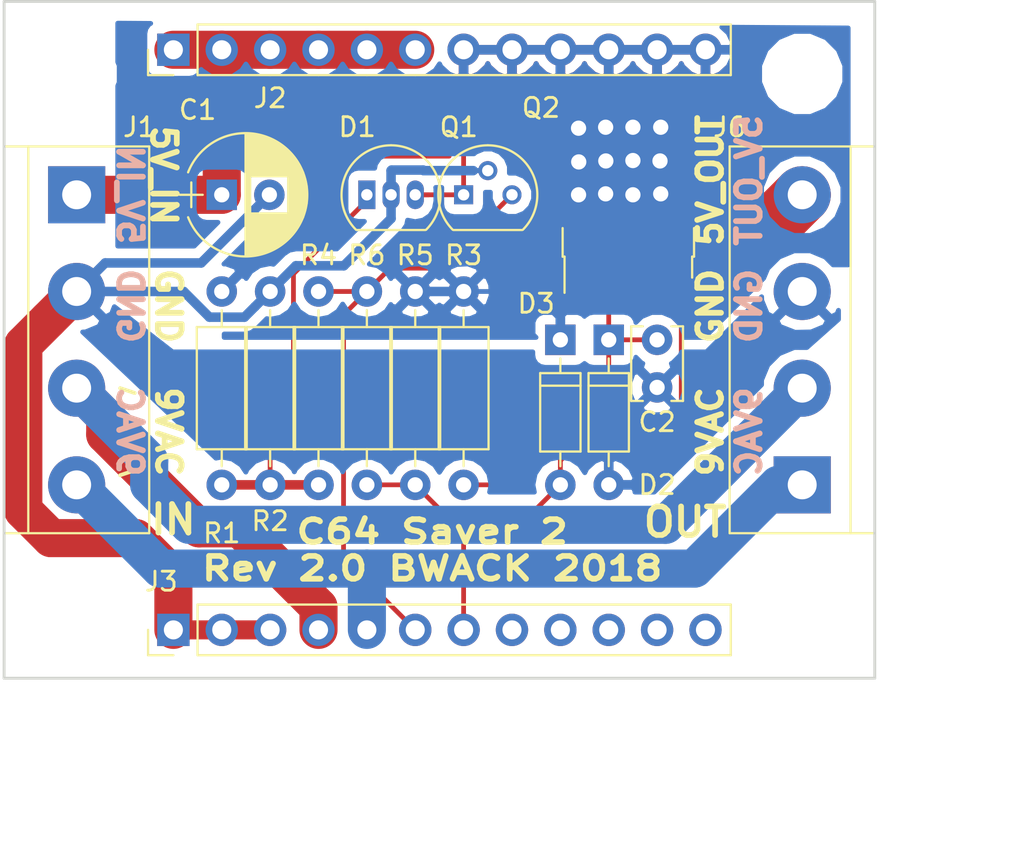
<source format=kicad_pcb>
(kicad_pcb (version 4) (host pcbnew 4.0.7)

  (general
    (links 50)
    (no_connects 0)
    (area 102.794999 91.364999 148.665001 127.075001)
    (thickness 1.6)
    (drawings 24)
    (tracks 136)
    (zones 0)
    (modules 21)
    (nets 11)
  )

  (page A4)
  (layers
    (0 F.Cu signal)
    (31 B.Cu signal)
    (32 B.Adhes user)
    (33 F.Adhes user)
    (34 B.Paste user)
    (35 F.Paste user)
    (36 B.SilkS user)
    (37 F.SilkS user)
    (38 B.Mask user)
    (39 F.Mask user)
    (40 Dwgs.User user)
    (41 Cmts.User user)
    (42 Eco1.User user)
    (43 Eco2.User user)
    (44 Edge.Cuts user)
    (45 Margin user)
    (46 B.CrtYd user)
    (47 F.CrtYd user)
    (48 B.Fab user hide)
    (49 F.Fab user hide)
  )

  (setup
    (last_trace_width 0.25)
    (user_trace_width 0.5)
    (user_trace_width 1)
    (user_trace_width 2)
    (user_trace_width 3)
    (trace_clearance 0.3)
    (zone_clearance 0.508)
    (zone_45_only no)
    (trace_min 0.2)
    (segment_width 0.2)
    (edge_width 0.15)
    (via_size 0.6)
    (via_drill 0.4)
    (via_min_size 0.4)
    (via_min_drill 0.3)
    (user_via 0.4 0.3)
    (user_via 1 0.8)
    (user_via 2 0.8)
    (user_via 3 0.8)
    (uvia_size 0.3)
    (uvia_drill 0.1)
    (uvias_allowed no)
    (uvia_min_size 0.2)
    (uvia_min_drill 0.1)
    (pcb_text_width 0.3)
    (pcb_text_size 1.5 1.5)
    (mod_edge_width 0.15)
    (mod_text_size 1 1)
    (mod_text_width 0.15)
    (pad_size 1.524 1.524)
    (pad_drill 0.762)
    (pad_to_mask_clearance 0.2)
    (aux_axis_origin 0 0)
    (visible_elements 7FFFEFFF)
    (pcbplotparams
      (layerselection 0x010f0_80000001)
      (usegerberextensions false)
      (excludeedgelayer true)
      (linewidth 0.100000)
      (plotframeref false)
      (viasonmask false)
      (mode 1)
      (useauxorigin false)
      (hpglpennumber 1)
      (hpglpenspeed 20)
      (hpglpendiameter 15)
      (hpglpenoverlay 2)
      (psnegative false)
      (psa4output false)
      (plotreference true)
      (plotvalue true)
      (plotinvisibletext false)
      (padsonsilk false)
      (subtractmaskfromsilk false)
      (outputformat 3)
      (mirror false)
      (drillshape 0)
      (scaleselection 1)
      (outputdirectory ""))
  )

  (net 0 "")
  (net 1 /VCC1-)
  (net 2 GND)
  (net 3 PGATE)
  (net 4 /VCC1+)
  (net 5 9VAC2)
  (net 6 9VAC1)
  (net 7 OVERVOLTAGE)
  (net 8 /5V_SAFE)
  (net 9 /NGATE)
  (net 10 /SENSE)

  (net_class Default "This is the default net class."
    (clearance 0.3)
    (trace_width 0.25)
    (via_dia 0.6)
    (via_drill 0.4)
    (uvia_dia 0.3)
    (uvia_drill 0.1)
    (add_net /5V_SAFE)
    (add_net /NGATE)
    (add_net /SENSE)
    (add_net /VCC1-)
    (add_net GND)
    (add_net OVERVOLTAGE)
    (add_net PGATE)
  )

  (net_class POWER ""
    (clearance 0.3)
    (trace_width 2)
    (via_dia 1.2)
    (via_drill 1)
    (uvia_dia 0.3)
    (uvia_drill 0.1)
    (add_net /VCC1+)
    (add_net 9VAC1)
    (add_net 9VAC2)
  )

  (module TO_SOT_Packages_THT:TO-92_Molded_Narrow (layer F.Cu) (tedit 58CE52AF) (tstamp 5B1D8B4C)
    (at 127 101.6)
    (descr "TO-92 leads molded, narrow, drill 0.6mm (see NXP sot054_po.pdf)")
    (tags "to-92 sc-43 sc-43a sot54 PA33 transistor")
    (path /5B1D3AF8)
    (fp_text reference Q1 (at -0.254 -3.556) (layer F.SilkS)
      (effects (font (size 1 1) (thickness 0.15)))
    )
    (fp_text value 2N7002 (at 1.27 2.79) (layer F.Fab)
      (effects (font (size 1 1) (thickness 0.15)))
    )
    (fp_text user %R (at 1.27 -3.56) (layer F.Fab)
      (effects (font (size 1 1) (thickness 0.15)))
    )
    (fp_line (start -0.53 1.85) (end 3.07 1.85) (layer F.SilkS) (width 0.12))
    (fp_line (start -0.5 1.75) (end 3 1.75) (layer F.Fab) (width 0.1))
    (fp_line (start -1.46 -2.73) (end 4 -2.73) (layer F.CrtYd) (width 0.05))
    (fp_line (start -1.46 -2.73) (end -1.46 2.01) (layer F.CrtYd) (width 0.05))
    (fp_line (start 4 2.01) (end 4 -2.73) (layer F.CrtYd) (width 0.05))
    (fp_line (start 4 2.01) (end -1.46 2.01) (layer F.CrtYd) (width 0.05))
    (fp_arc (start 1.27 0) (end 1.27 -2.48) (angle 135) (layer F.Fab) (width 0.1))
    (fp_arc (start 1.27 0) (end 1.27 -2.6) (angle -135) (layer F.SilkS) (width 0.12))
    (fp_arc (start 1.27 0) (end 1.27 -2.48) (angle -135) (layer F.Fab) (width 0.1))
    (fp_arc (start 1.27 0) (end 1.27 -2.6) (angle 135) (layer F.SilkS) (width 0.12))
    (pad 2 thru_hole circle (at 1.27 -1.27 90) (size 1 1) (drill 0.6) (layers *.Cu *.Mask)
      (net 2 GND))
    (pad 3 thru_hole circle (at 2.54 0 90) (size 1 1) (drill 0.6) (layers *.Cu *.Mask)
      (net 7 OVERVOLTAGE))
    (pad 1 thru_hole rect (at 0 0 90) (size 1 1) (drill 0.6) (layers *.Cu *.Mask)
      (net 9 /NGATE))
    (model ${KISYS3DMOD}/TO_SOT_Packages_THT.3dshapes/TO-92_Molded_Narrow.wrl
      (at (xyz 0.05 0 0))
      (scale (xyz 1 1 1))
      (rotate (xyz 0 0 -90))
    )
  )

  (module Resistors_THT:R_Axial_DIN0207_L6.3mm_D2.5mm_P10.16mm_Horizontal (layer F.Cu) (tedit 5874F706) (tstamp 5B1D8DA2)
    (at 119.38 116.84 90)
    (descr "Resistor, Axial_DIN0207 series, Axial, Horizontal, pin pitch=10.16mm, 0.25W = 1/4W, length*diameter=6.3*2.5mm^2, http://cdn-reichelt.de/documents/datenblatt/B400/1_4W%23YAG.pdf")
    (tags "Resistor Axial_DIN0207 series Axial Horizontal pin pitch 10.16mm 0.25W = 1/4W length 6.3mm diameter 2.5mm")
    (path /5B1D9590)
    (fp_text reference R4 (at 12.065 0 180) (layer F.SilkS)
      (effects (font (size 1 1) (thickness 0.15)))
    )
    (fp_text value R (at 5.08 0 90) (layer F.Fab)
      (effects (font (size 1 1) (thickness 0.15)))
    )
    (fp_line (start 1.93 -1.25) (end 1.93 1.25) (layer F.Fab) (width 0.1))
    (fp_line (start 1.93 1.25) (end 8.23 1.25) (layer F.Fab) (width 0.1))
    (fp_line (start 8.23 1.25) (end 8.23 -1.25) (layer F.Fab) (width 0.1))
    (fp_line (start 8.23 -1.25) (end 1.93 -1.25) (layer F.Fab) (width 0.1))
    (fp_line (start 0 0) (end 1.93 0) (layer F.Fab) (width 0.1))
    (fp_line (start 10.16 0) (end 8.23 0) (layer F.Fab) (width 0.1))
    (fp_line (start 1.87 -1.31) (end 1.87 1.31) (layer F.SilkS) (width 0.12))
    (fp_line (start 1.87 1.31) (end 8.29 1.31) (layer F.SilkS) (width 0.12))
    (fp_line (start 8.29 1.31) (end 8.29 -1.31) (layer F.SilkS) (width 0.12))
    (fp_line (start 8.29 -1.31) (end 1.87 -1.31) (layer F.SilkS) (width 0.12))
    (fp_line (start 0.98 0) (end 1.87 0) (layer F.SilkS) (width 0.12))
    (fp_line (start 9.18 0) (end 8.29 0) (layer F.SilkS) (width 0.12))
    (fp_line (start -1.05 -1.6) (end -1.05 1.6) (layer F.CrtYd) (width 0.05))
    (fp_line (start -1.05 1.6) (end 11.25 1.6) (layer F.CrtYd) (width 0.05))
    (fp_line (start 11.25 1.6) (end 11.25 -1.6) (layer F.CrtYd) (width 0.05))
    (fp_line (start 11.25 -1.6) (end -1.05 -1.6) (layer F.CrtYd) (width 0.05))
    (pad 1 thru_hole circle (at 0 0 90) (size 1.6 1.6) (drill 0.8) (layers *.Cu *.Mask)
      (net 10 /SENSE))
    (pad 2 thru_hole oval (at 10.16 0 90) (size 1.6 1.6) (drill 0.8) (layers *.Cu *.Mask)
      (net 7 OVERVOLTAGE))
    (model ${KISYS3DMOD}/Resistors_THT.3dshapes/R_Axial_DIN0207_L6.3mm_D2.5mm_P10.16mm_Horizontal.wrl
      (at (xyz 0 0 0))
      (scale (xyz 0.393701 0.393701 0.393701))
      (rotate (xyz 0 0 0))
    )
  )

  (module Connectors_Terminal_Blocks:TerminalBlock_bornier-4_P5.08mm (layer F.Cu) (tedit 59FF03D1) (tstamp 5B1D8B3F)
    (at 144.78 116.84 90)
    (descr "simple 4-pin terminal block, pitch 5.08mm, revamped version of bornier4")
    (tags "terminal block bornier4")
    (path /5B1D42F2)
    (fp_text reference J6 (at 18.796 -3.81 180) (layer F.SilkS)
      (effects (font (size 1 1) (thickness 0.15)))
    )
    (fp_text value Conn_01x04 (at 7.6 4.75 90) (layer F.Fab)
      (effects (font (size 1 1) (thickness 0.15)))
    )
    (fp_text user %R (at 7.62 0 90) (layer F.Fab)
      (effects (font (size 1 1) (thickness 0.15)))
    )
    (fp_line (start -2.48 2.55) (end 17.72 2.55) (layer F.Fab) (width 0.1))
    (fp_line (start -2.43 3.75) (end -2.48 3.75) (layer F.Fab) (width 0.1))
    (fp_line (start -2.48 3.75) (end -2.48 -3.75) (layer F.Fab) (width 0.1))
    (fp_line (start -2.48 -3.75) (end 17.72 -3.75) (layer F.Fab) (width 0.1))
    (fp_line (start 17.72 -3.75) (end 17.72 3.75) (layer F.Fab) (width 0.1))
    (fp_line (start 17.72 3.75) (end -2.43 3.75) (layer F.Fab) (width 0.1))
    (fp_line (start -2.54 -3.81) (end -2.54 3.81) (layer F.SilkS) (width 0.12))
    (fp_line (start 17.78 3.81) (end 17.78 -3.81) (layer F.SilkS) (width 0.12))
    (fp_line (start 17.78 2.54) (end -2.54 2.54) (layer F.SilkS) (width 0.12))
    (fp_line (start -2.54 -3.81) (end 17.78 -3.81) (layer F.SilkS) (width 0.12))
    (fp_line (start -2.54 3.81) (end 17.78 3.81) (layer F.SilkS) (width 0.12))
    (fp_line (start -2.73 -4) (end 17.97 -4) (layer F.CrtYd) (width 0.05))
    (fp_line (start -2.73 -4) (end -2.73 4) (layer F.CrtYd) (width 0.05))
    (fp_line (start 17.97 4) (end 17.97 -4) (layer F.CrtYd) (width 0.05))
    (fp_line (start 17.97 4) (end -2.73 4) (layer F.CrtYd) (width 0.05))
    (pad 2 thru_hole circle (at 5.08 0 90) (size 3 3) (drill 1.52) (layers *.Cu *.Mask)
      (net 6 9VAC1))
    (pad 3 thru_hole circle (at 10.16 0 90) (size 3 3) (drill 1.52) (layers *.Cu *.Mask)
      (net 2 GND))
    (pad 1 thru_hole rect (at 0 0 90) (size 3 3) (drill 1.52) (layers *.Cu *.Mask)
      (net 5 9VAC2))
    (pad 4 thru_hole circle (at 15.24 0 90) (size 3 3) (drill 1.52) (layers *.Cu *.Mask)
      (net 8 /5V_SAFE))
    (model ${KISYS3DMOD}/Terminal_Blocks.3dshapes/TerminalBlock_bornier-4_P5.08mm.wrl
      (at (xyz 0.3 0 0))
      (scale (xyz 1 1 1))
      (rotate (xyz 0 0 0))
    )
  )

  (module Capacitors_THT:C_Disc_D3.8mm_W2.6mm_P2.50mm (layer F.Cu) (tedit 597BC7C2) (tstamp 5B1D8D84)
    (at 137.16 109.22 270)
    (descr "C, Disc series, Radial, pin pitch=2.50mm, , diameter*width=3.8*2.6mm^2, Capacitor, http://www.vishay.com/docs/45233/krseries.pdf")
    (tags "C Disc series Radial pin pitch 2.50mm  diameter 3.8mm width 2.6mm Capacitor")
    (path /5B1D7082)
    (fp_text reference C2 (at 4.318 0 360) (layer F.SilkS)
      (effects (font (size 1 1) (thickness 0.15)))
    )
    (fp_text value 0.1uF (at 1.25 2.61 270) (layer F.Fab)
      (effects (font (size 1 1) (thickness 0.15)))
    )
    (fp_line (start -0.65 -1.3) (end -0.65 1.3) (layer F.Fab) (width 0.1))
    (fp_line (start -0.65 1.3) (end 3.15 1.3) (layer F.Fab) (width 0.1))
    (fp_line (start 3.15 1.3) (end 3.15 -1.3) (layer F.Fab) (width 0.1))
    (fp_line (start 3.15 -1.3) (end -0.65 -1.3) (layer F.Fab) (width 0.1))
    (fp_line (start -0.71 -1.36) (end 3.21 -1.36) (layer F.SilkS) (width 0.12))
    (fp_line (start -0.71 1.36) (end 3.21 1.36) (layer F.SilkS) (width 0.12))
    (fp_line (start -0.71 -1.36) (end -0.71 -0.75) (layer F.SilkS) (width 0.12))
    (fp_line (start -0.71 0.75) (end -0.71 1.36) (layer F.SilkS) (width 0.12))
    (fp_line (start 3.21 -1.36) (end 3.21 -0.75) (layer F.SilkS) (width 0.12))
    (fp_line (start 3.21 0.75) (end 3.21 1.36) (layer F.SilkS) (width 0.12))
    (fp_line (start -1.05 -1.65) (end -1.05 1.65) (layer F.CrtYd) (width 0.05))
    (fp_line (start -1.05 1.65) (end 3.55 1.65) (layer F.CrtYd) (width 0.05))
    (fp_line (start 3.55 1.65) (end 3.55 -1.65) (layer F.CrtYd) (width 0.05))
    (fp_line (start 3.55 -1.65) (end -1.05 -1.65) (layer F.CrtYd) (width 0.05))
    (fp_text user %R (at 1.25 0 270) (layer F.Fab)
      (effects (font (size 1 1) (thickness 0.15)))
    )
    (pad 1 thru_hole circle (at 0 0 270) (size 1.6 1.6) (drill 0.8) (layers *.Cu *.Mask)
      (net 9 /NGATE))
    (pad 2 thru_hole circle (at 2.5 0 270) (size 1.6 1.6) (drill 0.8) (layers *.Cu *.Mask)
      (net 2 GND))
    (model ${KISYS3DMOD}/Capacitors_THT.3dshapes/C_Disc_D3.8mm_W2.6mm_P2.50mm.wrl
      (at (xyz 0 0 0))
      (scale (xyz 1 1 1))
      (rotate (xyz 0 0 0))
    )
  )

  (module Diodes_THT:D_DO-35_SOD27_P7.62mm_Horizontal (layer F.Cu) (tedit 5921392F) (tstamp 5B1D8D89)
    (at 134.62 109.22 270)
    (descr "D, DO-35_SOD27 series, Axial, Horizontal, pin pitch=7.62mm, , length*diameter=4*2mm^2, , http://www.diodes.com/_files/packages/DO-35.pdf")
    (tags "D DO-35_SOD27 series Axial Horizontal pin pitch 7.62mm  length 4mm diameter 2mm")
    (path /5B1D3C9A)
    (fp_text reference D2 (at 7.62 -2.54 360) (layer F.SilkS)
      (effects (font (size 1 1) (thickness 0.15)))
    )
    (fp_text value 6V8 (at 3.81 0 270) (layer F.Fab)
      (effects (font (size 1 1) (thickness 0.15)))
    )
    (fp_text user %R (at 3.81 0 270) (layer F.Fab)
      (effects (font (size 1 1) (thickness 0.15)))
    )
    (fp_line (start 1.81 -1) (end 1.81 1) (layer F.Fab) (width 0.1))
    (fp_line (start 1.81 1) (end 5.81 1) (layer F.Fab) (width 0.1))
    (fp_line (start 5.81 1) (end 5.81 -1) (layer F.Fab) (width 0.1))
    (fp_line (start 5.81 -1) (end 1.81 -1) (layer F.Fab) (width 0.1))
    (fp_line (start 0 0) (end 1.81 0) (layer F.Fab) (width 0.1))
    (fp_line (start 7.62 0) (end 5.81 0) (layer F.Fab) (width 0.1))
    (fp_line (start 2.41 -1) (end 2.41 1) (layer F.Fab) (width 0.1))
    (fp_line (start 1.75 -1.06) (end 1.75 1.06) (layer F.SilkS) (width 0.12))
    (fp_line (start 1.75 1.06) (end 5.87 1.06) (layer F.SilkS) (width 0.12))
    (fp_line (start 5.87 1.06) (end 5.87 -1.06) (layer F.SilkS) (width 0.12))
    (fp_line (start 5.87 -1.06) (end 1.75 -1.06) (layer F.SilkS) (width 0.12))
    (fp_line (start 0.98 0) (end 1.75 0) (layer F.SilkS) (width 0.12))
    (fp_line (start 6.64 0) (end 5.87 0) (layer F.SilkS) (width 0.12))
    (fp_line (start 2.41 -1.06) (end 2.41 1.06) (layer F.SilkS) (width 0.12))
    (fp_line (start -1.05 -1.35) (end -1.05 1.35) (layer F.CrtYd) (width 0.05))
    (fp_line (start -1.05 1.35) (end 8.7 1.35) (layer F.CrtYd) (width 0.05))
    (fp_line (start 8.7 1.35) (end 8.7 -1.35) (layer F.CrtYd) (width 0.05))
    (fp_line (start 8.7 -1.35) (end -1.05 -1.35) (layer F.CrtYd) (width 0.05))
    (pad 1 thru_hole rect (at 0 0 270) (size 1.6 1.6) (drill 0.8) (layers *.Cu *.Mask)
      (net 9 /NGATE))
    (pad 2 thru_hole oval (at 7.62 0 270) (size 1.6 1.6) (drill 0.8) (layers *.Cu *.Mask)
      (net 2 GND))
    (model ${KISYS3DMOD}/Diodes_THT.3dshapes/D_DO-35_SOD27_P7.62mm_Horizontal.wrl
      (at (xyz 0 0 0))
      (scale (xyz 0.393701 0.393701 0.393701))
      (rotate (xyz 0 0 0))
    )
  )

  (module Diodes_THT:D_DO-35_SOD27_P7.62mm_Horizontal (layer F.Cu) (tedit 5921392F) (tstamp 5B1D8D8E)
    (at 132.08 109.22 270)
    (descr "D, DO-35_SOD27 series, Axial, Horizontal, pin pitch=7.62mm, , length*diameter=4*2mm^2, , http://www.diodes.com/_files/packages/DO-35.pdf")
    (tags "D DO-35_SOD27 series Axial Horizontal pin pitch 7.62mm  length 4mm diameter 2mm")
    (path /5B1D7545)
    (fp_text reference D3 (at -1.905 1.27 360) (layer F.SilkS)
      (effects (font (size 1 1) (thickness 0.15)))
    )
    (fp_text value 6V8 (at 3.81 0 270) (layer F.Fab)
      (effects (font (size 1 1) (thickness 0.15)))
    )
    (fp_text user %R (at 3.81 0 270) (layer F.Fab)
      (effects (font (size 1 1) (thickness 0.15)))
    )
    (fp_line (start 1.81 -1) (end 1.81 1) (layer F.Fab) (width 0.1))
    (fp_line (start 1.81 1) (end 5.81 1) (layer F.Fab) (width 0.1))
    (fp_line (start 5.81 1) (end 5.81 -1) (layer F.Fab) (width 0.1))
    (fp_line (start 5.81 -1) (end 1.81 -1) (layer F.Fab) (width 0.1))
    (fp_line (start 0 0) (end 1.81 0) (layer F.Fab) (width 0.1))
    (fp_line (start 7.62 0) (end 5.81 0) (layer F.Fab) (width 0.1))
    (fp_line (start 2.41 -1) (end 2.41 1) (layer F.Fab) (width 0.1))
    (fp_line (start 1.75 -1.06) (end 1.75 1.06) (layer F.SilkS) (width 0.12))
    (fp_line (start 1.75 1.06) (end 5.87 1.06) (layer F.SilkS) (width 0.12))
    (fp_line (start 5.87 1.06) (end 5.87 -1.06) (layer F.SilkS) (width 0.12))
    (fp_line (start 5.87 -1.06) (end 1.75 -1.06) (layer F.SilkS) (width 0.12))
    (fp_line (start 0.98 0) (end 1.75 0) (layer F.SilkS) (width 0.12))
    (fp_line (start 6.64 0) (end 5.87 0) (layer F.SilkS) (width 0.12))
    (fp_line (start 2.41 -1.06) (end 2.41 1.06) (layer F.SilkS) (width 0.12))
    (fp_line (start -1.05 -1.35) (end -1.05 1.35) (layer F.CrtYd) (width 0.05))
    (fp_line (start -1.05 1.35) (end 8.7 1.35) (layer F.CrtYd) (width 0.05))
    (fp_line (start 8.7 1.35) (end 8.7 -1.35) (layer F.CrtYd) (width 0.05))
    (fp_line (start 8.7 -1.35) (end -1.05 -1.35) (layer F.CrtYd) (width 0.05))
    (pad 1 thru_hole rect (at 0 0 270) (size 1.6 1.6) (drill 0.8) (layers *.Cu *.Mask)
      (net 1 /VCC1-))
    (pad 2 thru_hole oval (at 7.62 0 270) (size 1.6 1.6) (drill 0.8) (layers *.Cu *.Mask)
      (net 3 PGATE))
    (model ${KISYS3DMOD}/Diodes_THT.3dshapes/D_DO-35_SOD27_P7.62mm_Horizontal.wrl
      (at (xyz 0 0 0))
      (scale (xyz 0.393701 0.393701 0.393701))
      (rotate (xyz 0 0 0))
    )
  )

  (module Resistors_THT:R_Axial_DIN0207_L6.3mm_D2.5mm_P10.16mm_Horizontal (layer F.Cu) (tedit 5874F706) (tstamp 5B1D8D93)
    (at 114.3 106.68 270)
    (descr "Resistor, Axial_DIN0207 series, Axial, Horizontal, pin pitch=10.16mm, 0.25W = 1/4W, length*diameter=6.3*2.5mm^2, http://cdn-reichelt.de/documents/datenblatt/B400/1_4W%23YAG.pdf")
    (tags "Resistor Axial_DIN0207 series Axial Horizontal pin pitch 10.16mm 0.25W = 1/4W length 6.3mm diameter 2.5mm")
    (path /5AFB3CB5)
    (fp_text reference R1 (at 12.7 0 360) (layer F.SilkS)
      (effects (font (size 1 1) (thickness 0.15)))
    )
    (fp_text value R (at 5.08 0 270) (layer F.Fab)
      (effects (font (size 1 1) (thickness 0.15)))
    )
    (fp_line (start 1.93 -1.25) (end 1.93 1.25) (layer F.Fab) (width 0.1))
    (fp_line (start 1.93 1.25) (end 8.23 1.25) (layer F.Fab) (width 0.1))
    (fp_line (start 8.23 1.25) (end 8.23 -1.25) (layer F.Fab) (width 0.1))
    (fp_line (start 8.23 -1.25) (end 1.93 -1.25) (layer F.Fab) (width 0.1))
    (fp_line (start 0 0) (end 1.93 0) (layer F.Fab) (width 0.1))
    (fp_line (start 10.16 0) (end 8.23 0) (layer F.Fab) (width 0.1))
    (fp_line (start 1.87 -1.31) (end 1.87 1.31) (layer F.SilkS) (width 0.12))
    (fp_line (start 1.87 1.31) (end 8.29 1.31) (layer F.SilkS) (width 0.12))
    (fp_line (start 8.29 1.31) (end 8.29 -1.31) (layer F.SilkS) (width 0.12))
    (fp_line (start 8.29 -1.31) (end 1.87 -1.31) (layer F.SilkS) (width 0.12))
    (fp_line (start 0.98 0) (end 1.87 0) (layer F.SilkS) (width 0.12))
    (fp_line (start 9.18 0) (end 8.29 0) (layer F.SilkS) (width 0.12))
    (fp_line (start -1.05 -1.6) (end -1.05 1.6) (layer F.CrtYd) (width 0.05))
    (fp_line (start -1.05 1.6) (end 11.25 1.6) (layer F.CrtYd) (width 0.05))
    (fp_line (start 11.25 1.6) (end 11.25 -1.6) (layer F.CrtYd) (width 0.05))
    (fp_line (start 11.25 -1.6) (end -1.05 -1.6) (layer F.CrtYd) (width 0.05))
    (pad 1 thru_hole circle (at 0 0 270) (size 1.6 1.6) (drill 0.8) (layers *.Cu *.Mask)
      (net 1 /VCC1-))
    (pad 2 thru_hole oval (at 10.16 0 270) (size 1.6 1.6) (drill 0.8) (layers *.Cu *.Mask)
      (net 10 /SENSE))
    (model ${KISYS3DMOD}/Resistors_THT.3dshapes/R_Axial_DIN0207_L6.3mm_D2.5mm_P10.16mm_Horizontal.wrl
      (at (xyz 0 0 0))
      (scale (xyz 0.393701 0.393701 0.393701))
      (rotate (xyz 0 0 0))
    )
  )

  (module Resistors_THT:R_Axial_DIN0207_L6.3mm_D2.5mm_P10.16mm_Horizontal (layer F.Cu) (tedit 5874F706) (tstamp 5B1D8D98)
    (at 116.84 116.84 90)
    (descr "Resistor, Axial_DIN0207 series, Axial, Horizontal, pin pitch=10.16mm, 0.25W = 1/4W, length*diameter=6.3*2.5mm^2, http://cdn-reichelt.de/documents/datenblatt/B400/1_4W%23YAG.pdf")
    (tags "Resistor Axial_DIN0207 series Axial Horizontal pin pitch 10.16mm 0.25W = 1/4W length 6.3mm diameter 2.5mm")
    (path /5B1D6BF3)
    (fp_text reference R2 (at -1.905 0 180) (layer F.SilkS)
      (effects (font (size 1 1) (thickness 0.15)))
    )
    (fp_text value R (at 5.08 0 90) (layer F.Fab)
      (effects (font (size 1 1) (thickness 0.15)))
    )
    (fp_line (start 1.93 -1.25) (end 1.93 1.25) (layer F.Fab) (width 0.1))
    (fp_line (start 1.93 1.25) (end 8.23 1.25) (layer F.Fab) (width 0.1))
    (fp_line (start 8.23 1.25) (end 8.23 -1.25) (layer F.Fab) (width 0.1))
    (fp_line (start 8.23 -1.25) (end 1.93 -1.25) (layer F.Fab) (width 0.1))
    (fp_line (start 0 0) (end 1.93 0) (layer F.Fab) (width 0.1))
    (fp_line (start 10.16 0) (end 8.23 0) (layer F.Fab) (width 0.1))
    (fp_line (start 1.87 -1.31) (end 1.87 1.31) (layer F.SilkS) (width 0.12))
    (fp_line (start 1.87 1.31) (end 8.29 1.31) (layer F.SilkS) (width 0.12))
    (fp_line (start 8.29 1.31) (end 8.29 -1.31) (layer F.SilkS) (width 0.12))
    (fp_line (start 8.29 -1.31) (end 1.87 -1.31) (layer F.SilkS) (width 0.12))
    (fp_line (start 0.98 0) (end 1.87 0) (layer F.SilkS) (width 0.12))
    (fp_line (start 9.18 0) (end 8.29 0) (layer F.SilkS) (width 0.12))
    (fp_line (start -1.05 -1.6) (end -1.05 1.6) (layer F.CrtYd) (width 0.05))
    (fp_line (start -1.05 1.6) (end 11.25 1.6) (layer F.CrtYd) (width 0.05))
    (fp_line (start 11.25 1.6) (end 11.25 -1.6) (layer F.CrtYd) (width 0.05))
    (fp_line (start 11.25 -1.6) (end -1.05 -1.6) (layer F.CrtYd) (width 0.05))
    (pad 1 thru_hole circle (at 0 0 90) (size 1.6 1.6) (drill 0.8) (layers *.Cu *.Mask)
      (net 10 /SENSE))
    (pad 2 thru_hole oval (at 10.16 0 90) (size 1.6 1.6) (drill 0.8) (layers *.Cu *.Mask)
      (net 2 GND))
    (model ${KISYS3DMOD}/Resistors_THT.3dshapes/R_Axial_DIN0207_L6.3mm_D2.5mm_P10.16mm_Horizontal.wrl
      (at (xyz 0 0 0))
      (scale (xyz 0.393701 0.393701 0.393701))
      (rotate (xyz 0 0 0))
    )
  )

  (module Resistors_THT:R_Axial_DIN0207_L6.3mm_D2.5mm_P10.16mm_Horizontal (layer F.Cu) (tedit 5874F706) (tstamp 5B1D8D9D)
    (at 127 106.68 270)
    (descr "Resistor, Axial_DIN0207 series, Axial, Horizontal, pin pitch=10.16mm, 0.25W = 1/4W, length*diameter=6.3*2.5mm^2, http://cdn-reichelt.de/documents/datenblatt/B400/1_4W%23YAG.pdf")
    (tags "Resistor Axial_DIN0207 series Axial Horizontal pin pitch 10.16mm 0.25W = 1/4W length 6.3mm diameter 2.5mm")
    (path /5B1D6DA9)
    (fp_text reference R3 (at -1.905 0 360) (layer F.SilkS)
      (effects (font (size 1 1) (thickness 0.15)))
    )
    (fp_text value R (at 5.08 0 270) (layer F.Fab)
      (effects (font (size 1 1) (thickness 0.15)))
    )
    (fp_line (start 1.93 -1.25) (end 1.93 1.25) (layer F.Fab) (width 0.1))
    (fp_line (start 1.93 1.25) (end 8.23 1.25) (layer F.Fab) (width 0.1))
    (fp_line (start 8.23 1.25) (end 8.23 -1.25) (layer F.Fab) (width 0.1))
    (fp_line (start 8.23 -1.25) (end 1.93 -1.25) (layer F.Fab) (width 0.1))
    (fp_line (start 0 0) (end 1.93 0) (layer F.Fab) (width 0.1))
    (fp_line (start 10.16 0) (end 8.23 0) (layer F.Fab) (width 0.1))
    (fp_line (start 1.87 -1.31) (end 1.87 1.31) (layer F.SilkS) (width 0.12))
    (fp_line (start 1.87 1.31) (end 8.29 1.31) (layer F.SilkS) (width 0.12))
    (fp_line (start 8.29 1.31) (end 8.29 -1.31) (layer F.SilkS) (width 0.12))
    (fp_line (start 8.29 -1.31) (end 1.87 -1.31) (layer F.SilkS) (width 0.12))
    (fp_line (start 0.98 0) (end 1.87 0) (layer F.SilkS) (width 0.12))
    (fp_line (start 9.18 0) (end 8.29 0) (layer F.SilkS) (width 0.12))
    (fp_line (start -1.05 -1.6) (end -1.05 1.6) (layer F.CrtYd) (width 0.05))
    (fp_line (start -1.05 1.6) (end 11.25 1.6) (layer F.CrtYd) (width 0.05))
    (fp_line (start 11.25 1.6) (end 11.25 -1.6) (layer F.CrtYd) (width 0.05))
    (fp_line (start 11.25 -1.6) (end -1.05 -1.6) (layer F.CrtYd) (width 0.05))
    (pad 1 thru_hole circle (at 0 0 270) (size 1.6 1.6) (drill 0.8) (layers *.Cu *.Mask)
      (net 1 /VCC1-))
    (pad 2 thru_hole oval (at 10.16 0 270) (size 1.6 1.6) (drill 0.8) (layers *.Cu *.Mask)
      (net 9 /NGATE))
    (model ${KISYS3DMOD}/Resistors_THT.3dshapes/R_Axial_DIN0207_L6.3mm_D2.5mm_P10.16mm_Horizontal.wrl
      (at (xyz 0 0 0))
      (scale (xyz 0.393701 0.393701 0.393701))
      (rotate (xyz 0 0 0))
    )
  )

  (module Resistors_THT:R_Axial_DIN0207_L6.3mm_D2.5mm_P10.16mm_Horizontal (layer F.Cu) (tedit 5874F706) (tstamp 5B1D8DA7)
    (at 124.46 106.68 270)
    (descr "Resistor, Axial_DIN0207 series, Axial, Horizontal, pin pitch=10.16mm, 0.25W = 1/4W, length*diameter=6.3*2.5mm^2, http://cdn-reichelt.de/documents/datenblatt/B400/1_4W%23YAG.pdf")
    (tags "Resistor Axial_DIN0207 series Axial Horizontal pin pitch 10.16mm 0.25W = 1/4W length 6.3mm diameter 2.5mm")
    (path /5B1D747E)
    (fp_text reference R5 (at -1.905 0 360) (layer F.SilkS)
      (effects (font (size 1 1) (thickness 0.15)))
    )
    (fp_text value R (at 5.08 0 270) (layer F.Fab)
      (effects (font (size 1 1) (thickness 0.15)))
    )
    (fp_line (start 1.93 -1.25) (end 1.93 1.25) (layer F.Fab) (width 0.1))
    (fp_line (start 1.93 1.25) (end 8.23 1.25) (layer F.Fab) (width 0.1))
    (fp_line (start 8.23 1.25) (end 8.23 -1.25) (layer F.Fab) (width 0.1))
    (fp_line (start 8.23 -1.25) (end 1.93 -1.25) (layer F.Fab) (width 0.1))
    (fp_line (start 0 0) (end 1.93 0) (layer F.Fab) (width 0.1))
    (fp_line (start 10.16 0) (end 8.23 0) (layer F.Fab) (width 0.1))
    (fp_line (start 1.87 -1.31) (end 1.87 1.31) (layer F.SilkS) (width 0.12))
    (fp_line (start 1.87 1.31) (end 8.29 1.31) (layer F.SilkS) (width 0.12))
    (fp_line (start 8.29 1.31) (end 8.29 -1.31) (layer F.SilkS) (width 0.12))
    (fp_line (start 8.29 -1.31) (end 1.87 -1.31) (layer F.SilkS) (width 0.12))
    (fp_line (start 0.98 0) (end 1.87 0) (layer F.SilkS) (width 0.12))
    (fp_line (start 9.18 0) (end 8.29 0) (layer F.SilkS) (width 0.12))
    (fp_line (start -1.05 -1.6) (end -1.05 1.6) (layer F.CrtYd) (width 0.05))
    (fp_line (start -1.05 1.6) (end 11.25 1.6) (layer F.CrtYd) (width 0.05))
    (fp_line (start 11.25 1.6) (end 11.25 -1.6) (layer F.CrtYd) (width 0.05))
    (fp_line (start 11.25 -1.6) (end -1.05 -1.6) (layer F.CrtYd) (width 0.05))
    (pad 1 thru_hole circle (at 0 0 270) (size 1.6 1.6) (drill 0.8) (layers *.Cu *.Mask)
      (net 1 /VCC1-))
    (pad 2 thru_hole oval (at 10.16 0 270) (size 1.6 1.6) (drill 0.8) (layers *.Cu *.Mask)
      (net 3 PGATE))
    (model ${KISYS3DMOD}/Resistors_THT.3dshapes/R_Axial_DIN0207_L6.3mm_D2.5mm_P10.16mm_Horizontal.wrl
      (at (xyz 0 0 0))
      (scale (xyz 0.393701 0.393701 0.393701))
      (rotate (xyz 0 0 0))
    )
  )

  (module Resistors_THT:R_Axial_DIN0207_L6.3mm_D2.5mm_P10.16mm_Horizontal (layer F.Cu) (tedit 5874F706) (tstamp 5B1D8DAC)
    (at 121.92 116.84 90)
    (descr "Resistor, Axial_DIN0207 series, Axial, Horizontal, pin pitch=10.16mm, 0.25W = 1/4W, length*diameter=6.3*2.5mm^2, http://cdn-reichelt.de/documents/datenblatt/B400/1_4W%23YAG.pdf")
    (tags "Resistor Axial_DIN0207 series Axial Horizontal pin pitch 10.16mm 0.25W = 1/4W length 6.3mm diameter 2.5mm")
    (path /5B1D73D7)
    (fp_text reference R6 (at 12.065 0 180) (layer F.SilkS)
      (effects (font (size 1 1) (thickness 0.15)))
    )
    (fp_text value R (at 5.08 0 90) (layer F.Fab)
      (effects (font (size 1 1) (thickness 0.15)))
    )
    (fp_line (start 1.93 -1.25) (end 1.93 1.25) (layer F.Fab) (width 0.1))
    (fp_line (start 1.93 1.25) (end 8.23 1.25) (layer F.Fab) (width 0.1))
    (fp_line (start 8.23 1.25) (end 8.23 -1.25) (layer F.Fab) (width 0.1))
    (fp_line (start 8.23 -1.25) (end 1.93 -1.25) (layer F.Fab) (width 0.1))
    (fp_line (start 0 0) (end 1.93 0) (layer F.Fab) (width 0.1))
    (fp_line (start 10.16 0) (end 8.23 0) (layer F.Fab) (width 0.1))
    (fp_line (start 1.87 -1.31) (end 1.87 1.31) (layer F.SilkS) (width 0.12))
    (fp_line (start 1.87 1.31) (end 8.29 1.31) (layer F.SilkS) (width 0.12))
    (fp_line (start 8.29 1.31) (end 8.29 -1.31) (layer F.SilkS) (width 0.12))
    (fp_line (start 8.29 -1.31) (end 1.87 -1.31) (layer F.SilkS) (width 0.12))
    (fp_line (start 0.98 0) (end 1.87 0) (layer F.SilkS) (width 0.12))
    (fp_line (start 9.18 0) (end 8.29 0) (layer F.SilkS) (width 0.12))
    (fp_line (start -1.05 -1.6) (end -1.05 1.6) (layer F.CrtYd) (width 0.05))
    (fp_line (start -1.05 1.6) (end 11.25 1.6) (layer F.CrtYd) (width 0.05))
    (fp_line (start 11.25 1.6) (end 11.25 -1.6) (layer F.CrtYd) (width 0.05))
    (fp_line (start 11.25 -1.6) (end -1.05 -1.6) (layer F.CrtYd) (width 0.05))
    (pad 1 thru_hole circle (at 0 0 90) (size 1.6 1.6) (drill 0.8) (layers *.Cu *.Mask)
      (net 3 PGATE))
    (pad 2 thru_hole oval (at 10.16 0 90) (size 1.6 1.6) (drill 0.8) (layers *.Cu *.Mask)
      (net 7 OVERVOLTAGE))
    (model ${KISYS3DMOD}/Resistors_THT.3dshapes/R_Axial_DIN0207_L6.3mm_D2.5mm_P10.16mm_Horizontal.wrl
      (at (xyz 0 0 0))
      (scale (xyz 0.393701 0.393701 0.393701))
      (rotate (xyz 0 0 0))
    )
  )

  (module Connectors_Terminal_Blocks:TerminalBlock_bornier-4_P5.08mm (layer F.Cu) (tedit 59FF03D1) (tstamp 5B1D8E7A)
    (at 106.68 101.6 270)
    (descr "simple 4-pin terminal block, pitch 5.08mm, revamped version of bornier4")
    (tags "terminal block bornier4")
    (path /5B1D4425)
    (fp_text reference J1 (at -3.556 -3.302 360) (layer F.SilkS)
      (effects (font (size 1 1) (thickness 0.15)))
    )
    (fp_text value Conn_01x04 (at 7.6 4.75 270) (layer F.Fab)
      (effects (font (size 1 1) (thickness 0.15)))
    )
    (fp_text user %R (at 7.62 0 450) (layer F.Fab)
      (effects (font (size 1 1) (thickness 0.15)))
    )
    (fp_line (start -2.48 2.55) (end 17.72 2.55) (layer F.Fab) (width 0.1))
    (fp_line (start -2.43 3.75) (end -2.48 3.75) (layer F.Fab) (width 0.1))
    (fp_line (start -2.48 3.75) (end -2.48 -3.75) (layer F.Fab) (width 0.1))
    (fp_line (start -2.48 -3.75) (end 17.72 -3.75) (layer F.Fab) (width 0.1))
    (fp_line (start 17.72 -3.75) (end 17.72 3.75) (layer F.Fab) (width 0.1))
    (fp_line (start 17.72 3.75) (end -2.43 3.75) (layer F.Fab) (width 0.1))
    (fp_line (start -2.54 -3.81) (end -2.54 3.81) (layer F.SilkS) (width 0.12))
    (fp_line (start 17.78 3.81) (end 17.78 -3.81) (layer F.SilkS) (width 0.12))
    (fp_line (start 17.78 2.54) (end -2.54 2.54) (layer F.SilkS) (width 0.12))
    (fp_line (start -2.54 -3.81) (end 17.78 -3.81) (layer F.SilkS) (width 0.12))
    (fp_line (start -2.54 3.81) (end 17.78 3.81) (layer F.SilkS) (width 0.12))
    (fp_line (start -2.73 -4) (end 17.97 -4) (layer F.CrtYd) (width 0.05))
    (fp_line (start -2.73 -4) (end -2.73 4) (layer F.CrtYd) (width 0.05))
    (fp_line (start 17.97 4) (end 17.97 -4) (layer F.CrtYd) (width 0.05))
    (fp_line (start 17.97 4) (end -2.73 4) (layer F.CrtYd) (width 0.05))
    (pad 2 thru_hole circle (at 5.08 0 270) (size 3 3) (drill 1.52) (layers *.Cu *.Mask)
      (net 2 GND))
    (pad 3 thru_hole circle (at 10.16 0 270) (size 3 3) (drill 1.52) (layers *.Cu *.Mask)
      (net 6 9VAC1))
    (pad 1 thru_hole rect (at 0 0 270) (size 3 3) (drill 1.52) (layers *.Cu *.Mask)
      (net 4 /VCC1+))
    (pad 4 thru_hole circle (at 15.24 0 270) (size 3 3) (drill 1.52) (layers *.Cu *.Mask)
      (net 5 9VAC2))
    (model ${KISYS3DMOD}/Terminal_Blocks.3dshapes/TerminalBlock_bornier-4_P5.08mm.wrl
      (at (xyz 0.3 0 0))
      (scale (xyz 1 1 1))
      (rotate (xyz 0 0 0))
    )
  )

  (module TO_SOT_Packages_THT:TO-92_Inline_Narrow_Oval (layer F.Cu) (tedit 58CE52AF) (tstamp 5B1EDB10)
    (at 121.92 101.6)
    (descr "TO-92 leads in-line, narrow, oval pads, drill 0.6mm (see NXP sot054_po.pdf)")
    (tags "to-92 sc-43 sc-43a sot54 PA33 transistor")
    (path /5B1EDB2D)
    (fp_text reference D1 (at -0.508 -3.56) (layer F.SilkS)
      (effects (font (size 1 1) (thickness 0.15)))
    )
    (fp_text value TL431LP (at 1.27 2.79) (layer F.Fab)
      (effects (font (size 1 1) (thickness 0.15)))
    )
    (fp_text user %R (at 1.27 -3.56) (layer F.Fab)
      (effects (font (size 1 1) (thickness 0.15)))
    )
    (fp_line (start -0.53 1.85) (end 3.07 1.85) (layer F.SilkS) (width 0.12))
    (fp_line (start -0.5 1.75) (end 3 1.75) (layer F.Fab) (width 0.1))
    (fp_line (start -1.46 -2.73) (end 4 -2.73) (layer F.CrtYd) (width 0.05))
    (fp_line (start -1.46 -2.73) (end -1.46 2.01) (layer F.CrtYd) (width 0.05))
    (fp_line (start 4 2.01) (end 4 -2.73) (layer F.CrtYd) (width 0.05))
    (fp_line (start 4 2.01) (end -1.46 2.01) (layer F.CrtYd) (width 0.05))
    (fp_arc (start 1.27 0) (end 1.27 -2.48) (angle 135) (layer F.Fab) (width 0.1))
    (fp_arc (start 1.27 0) (end 1.27 -2.6) (angle -135) (layer F.SilkS) (width 0.12))
    (fp_arc (start 1.27 0) (end 1.27 -2.48) (angle -135) (layer F.Fab) (width 0.1))
    (fp_arc (start 1.27 0) (end 1.27 -2.6) (angle 135) (layer F.SilkS) (width 0.12))
    (pad 2 thru_hole oval (at 1.27 0 180) (size 0.9 1.5) (drill 0.6) (layers *.Cu *.Mask)
      (net 2 GND))
    (pad 3 thru_hole oval (at 2.54 0 180) (size 0.9 1.5) (drill 0.6) (layers *.Cu *.Mask)
      (net 9 /NGATE))
    (pad 1 thru_hole rect (at 0 0 180) (size 0.9 1.5) (drill 0.6) (layers *.Cu *.Mask)
      (net 10 /SENSE))
    (model ${KISYS3DMOD}/TO_SOT_Packages_THT.3dshapes/TO-92_Inline_Narrow_Oval.wrl
      (at (xyz 0.05 0 0))
      (scale (xyz 1 1 1))
      (rotate (xyz 0 0 -90))
    )
  )

  (module Capacitors_THT:CP_Radial_D6.3mm_P2.50mm (layer F.Cu) (tedit 597BC7C2) (tstamp 5B1EDC3E)
    (at 114.3 101.6)
    (descr "CP, Radial series, Radial, pin pitch=2.50mm, , diameter=6.3mm, Electrolytic Capacitor")
    (tags "CP Radial series Radial pin pitch 2.50mm  diameter 6.3mm Electrolytic Capacitor")
    (path /5AFB3C02)
    (fp_text reference C1 (at -1.27 -4.46) (layer F.SilkS)
      (effects (font (size 1 1) (thickness 0.15)))
    )
    (fp_text value 47uF (at 1.25 4.46) (layer F.Fab)
      (effects (font (size 1 1) (thickness 0.15)))
    )
    (fp_arc (start 1.25 0) (end -1.767482 -1.18) (angle 137.3) (layer F.SilkS) (width 0.12))
    (fp_arc (start 1.25 0) (end -1.767482 1.18) (angle -137.3) (layer F.SilkS) (width 0.12))
    (fp_arc (start 1.25 0) (end 4.267482 -1.18) (angle 42.7) (layer F.SilkS) (width 0.12))
    (fp_circle (center 1.25 0) (end 4.4 0) (layer F.Fab) (width 0.1))
    (fp_line (start -2.2 0) (end -1 0) (layer F.Fab) (width 0.1))
    (fp_line (start -1.6 -0.65) (end -1.6 0.65) (layer F.Fab) (width 0.1))
    (fp_line (start 1.25 -3.2) (end 1.25 3.2) (layer F.SilkS) (width 0.12))
    (fp_line (start 1.29 -3.2) (end 1.29 3.2) (layer F.SilkS) (width 0.12))
    (fp_line (start 1.33 -3.2) (end 1.33 3.2) (layer F.SilkS) (width 0.12))
    (fp_line (start 1.37 -3.198) (end 1.37 3.198) (layer F.SilkS) (width 0.12))
    (fp_line (start 1.41 -3.197) (end 1.41 3.197) (layer F.SilkS) (width 0.12))
    (fp_line (start 1.45 -3.194) (end 1.45 3.194) (layer F.SilkS) (width 0.12))
    (fp_line (start 1.49 -3.192) (end 1.49 3.192) (layer F.SilkS) (width 0.12))
    (fp_line (start 1.53 -3.188) (end 1.53 -0.98) (layer F.SilkS) (width 0.12))
    (fp_line (start 1.53 0.98) (end 1.53 3.188) (layer F.SilkS) (width 0.12))
    (fp_line (start 1.57 -3.185) (end 1.57 -0.98) (layer F.SilkS) (width 0.12))
    (fp_line (start 1.57 0.98) (end 1.57 3.185) (layer F.SilkS) (width 0.12))
    (fp_line (start 1.61 -3.18) (end 1.61 -0.98) (layer F.SilkS) (width 0.12))
    (fp_line (start 1.61 0.98) (end 1.61 3.18) (layer F.SilkS) (width 0.12))
    (fp_line (start 1.65 -3.176) (end 1.65 -0.98) (layer F.SilkS) (width 0.12))
    (fp_line (start 1.65 0.98) (end 1.65 3.176) (layer F.SilkS) (width 0.12))
    (fp_line (start 1.69 -3.17) (end 1.69 -0.98) (layer F.SilkS) (width 0.12))
    (fp_line (start 1.69 0.98) (end 1.69 3.17) (layer F.SilkS) (width 0.12))
    (fp_line (start 1.73 -3.165) (end 1.73 -0.98) (layer F.SilkS) (width 0.12))
    (fp_line (start 1.73 0.98) (end 1.73 3.165) (layer F.SilkS) (width 0.12))
    (fp_line (start 1.77 -3.158) (end 1.77 -0.98) (layer F.SilkS) (width 0.12))
    (fp_line (start 1.77 0.98) (end 1.77 3.158) (layer F.SilkS) (width 0.12))
    (fp_line (start 1.81 -3.152) (end 1.81 -0.98) (layer F.SilkS) (width 0.12))
    (fp_line (start 1.81 0.98) (end 1.81 3.152) (layer F.SilkS) (width 0.12))
    (fp_line (start 1.85 -3.144) (end 1.85 -0.98) (layer F.SilkS) (width 0.12))
    (fp_line (start 1.85 0.98) (end 1.85 3.144) (layer F.SilkS) (width 0.12))
    (fp_line (start 1.89 -3.137) (end 1.89 -0.98) (layer F.SilkS) (width 0.12))
    (fp_line (start 1.89 0.98) (end 1.89 3.137) (layer F.SilkS) (width 0.12))
    (fp_line (start 1.93 -3.128) (end 1.93 -0.98) (layer F.SilkS) (width 0.12))
    (fp_line (start 1.93 0.98) (end 1.93 3.128) (layer F.SilkS) (width 0.12))
    (fp_line (start 1.971 -3.119) (end 1.971 -0.98) (layer F.SilkS) (width 0.12))
    (fp_line (start 1.971 0.98) (end 1.971 3.119) (layer F.SilkS) (width 0.12))
    (fp_line (start 2.011 -3.11) (end 2.011 -0.98) (layer F.SilkS) (width 0.12))
    (fp_line (start 2.011 0.98) (end 2.011 3.11) (layer F.SilkS) (width 0.12))
    (fp_line (start 2.051 -3.1) (end 2.051 -0.98) (layer F.SilkS) (width 0.12))
    (fp_line (start 2.051 0.98) (end 2.051 3.1) (layer F.SilkS) (width 0.12))
    (fp_line (start 2.091 -3.09) (end 2.091 -0.98) (layer F.SilkS) (width 0.12))
    (fp_line (start 2.091 0.98) (end 2.091 3.09) (layer F.SilkS) (width 0.12))
    (fp_line (start 2.131 -3.079) (end 2.131 -0.98) (layer F.SilkS) (width 0.12))
    (fp_line (start 2.131 0.98) (end 2.131 3.079) (layer F.SilkS) (width 0.12))
    (fp_line (start 2.171 -3.067) (end 2.171 -0.98) (layer F.SilkS) (width 0.12))
    (fp_line (start 2.171 0.98) (end 2.171 3.067) (layer F.SilkS) (width 0.12))
    (fp_line (start 2.211 -3.055) (end 2.211 -0.98) (layer F.SilkS) (width 0.12))
    (fp_line (start 2.211 0.98) (end 2.211 3.055) (layer F.SilkS) (width 0.12))
    (fp_line (start 2.251 -3.042) (end 2.251 -0.98) (layer F.SilkS) (width 0.12))
    (fp_line (start 2.251 0.98) (end 2.251 3.042) (layer F.SilkS) (width 0.12))
    (fp_line (start 2.291 -3.029) (end 2.291 -0.98) (layer F.SilkS) (width 0.12))
    (fp_line (start 2.291 0.98) (end 2.291 3.029) (layer F.SilkS) (width 0.12))
    (fp_line (start 2.331 -3.015) (end 2.331 -0.98) (layer F.SilkS) (width 0.12))
    (fp_line (start 2.331 0.98) (end 2.331 3.015) (layer F.SilkS) (width 0.12))
    (fp_line (start 2.371 -3.001) (end 2.371 -0.98) (layer F.SilkS) (width 0.12))
    (fp_line (start 2.371 0.98) (end 2.371 3.001) (layer F.SilkS) (width 0.12))
    (fp_line (start 2.411 -2.986) (end 2.411 -0.98) (layer F.SilkS) (width 0.12))
    (fp_line (start 2.411 0.98) (end 2.411 2.986) (layer F.SilkS) (width 0.12))
    (fp_line (start 2.451 -2.97) (end 2.451 -0.98) (layer F.SilkS) (width 0.12))
    (fp_line (start 2.451 0.98) (end 2.451 2.97) (layer F.SilkS) (width 0.12))
    (fp_line (start 2.491 -2.954) (end 2.491 -0.98) (layer F.SilkS) (width 0.12))
    (fp_line (start 2.491 0.98) (end 2.491 2.954) (layer F.SilkS) (width 0.12))
    (fp_line (start 2.531 -2.937) (end 2.531 -0.98) (layer F.SilkS) (width 0.12))
    (fp_line (start 2.531 0.98) (end 2.531 2.937) (layer F.SilkS) (width 0.12))
    (fp_line (start 2.571 -2.919) (end 2.571 -0.98) (layer F.SilkS) (width 0.12))
    (fp_line (start 2.571 0.98) (end 2.571 2.919) (layer F.SilkS) (width 0.12))
    (fp_line (start 2.611 -2.901) (end 2.611 -0.98) (layer F.SilkS) (width 0.12))
    (fp_line (start 2.611 0.98) (end 2.611 2.901) (layer F.SilkS) (width 0.12))
    (fp_line (start 2.651 -2.882) (end 2.651 -0.98) (layer F.SilkS) (width 0.12))
    (fp_line (start 2.651 0.98) (end 2.651 2.882) (layer F.SilkS) (width 0.12))
    (fp_line (start 2.691 -2.863) (end 2.691 -0.98) (layer F.SilkS) (width 0.12))
    (fp_line (start 2.691 0.98) (end 2.691 2.863) (layer F.SilkS) (width 0.12))
    (fp_line (start 2.731 -2.843) (end 2.731 -0.98) (layer F.SilkS) (width 0.12))
    (fp_line (start 2.731 0.98) (end 2.731 2.843) (layer F.SilkS) (width 0.12))
    (fp_line (start 2.771 -2.822) (end 2.771 -0.98) (layer F.SilkS) (width 0.12))
    (fp_line (start 2.771 0.98) (end 2.771 2.822) (layer F.SilkS) (width 0.12))
    (fp_line (start 2.811 -2.8) (end 2.811 -0.98) (layer F.SilkS) (width 0.12))
    (fp_line (start 2.811 0.98) (end 2.811 2.8) (layer F.SilkS) (width 0.12))
    (fp_line (start 2.851 -2.778) (end 2.851 -0.98) (layer F.SilkS) (width 0.12))
    (fp_line (start 2.851 0.98) (end 2.851 2.778) (layer F.SilkS) (width 0.12))
    (fp_line (start 2.891 -2.755) (end 2.891 -0.98) (layer F.SilkS) (width 0.12))
    (fp_line (start 2.891 0.98) (end 2.891 2.755) (layer F.SilkS) (width 0.12))
    (fp_line (start 2.931 -2.731) (end 2.931 -0.98) (layer F.SilkS) (width 0.12))
    (fp_line (start 2.931 0.98) (end 2.931 2.731) (layer F.SilkS) (width 0.12))
    (fp_line (start 2.971 -2.706) (end 2.971 -0.98) (layer F.SilkS) (width 0.12))
    (fp_line (start 2.971 0.98) (end 2.971 2.706) (layer F.SilkS) (width 0.12))
    (fp_line (start 3.011 -2.681) (end 3.011 -0.98) (layer F.SilkS) (width 0.12))
    (fp_line (start 3.011 0.98) (end 3.011 2.681) (layer F.SilkS) (width 0.12))
    (fp_line (start 3.051 -2.654) (end 3.051 -0.98) (layer F.SilkS) (width 0.12))
    (fp_line (start 3.051 0.98) (end 3.051 2.654) (layer F.SilkS) (width 0.12))
    (fp_line (start 3.091 -2.627) (end 3.091 -0.98) (layer F.SilkS) (width 0.12))
    (fp_line (start 3.091 0.98) (end 3.091 2.627) (layer F.SilkS) (width 0.12))
    (fp_line (start 3.131 -2.599) (end 3.131 -0.98) (layer F.SilkS) (width 0.12))
    (fp_line (start 3.131 0.98) (end 3.131 2.599) (layer F.SilkS) (width 0.12))
    (fp_line (start 3.171 -2.57) (end 3.171 -0.98) (layer F.SilkS) (width 0.12))
    (fp_line (start 3.171 0.98) (end 3.171 2.57) (layer F.SilkS) (width 0.12))
    (fp_line (start 3.211 -2.54) (end 3.211 -0.98) (layer F.SilkS) (width 0.12))
    (fp_line (start 3.211 0.98) (end 3.211 2.54) (layer F.SilkS) (width 0.12))
    (fp_line (start 3.251 -2.51) (end 3.251 -0.98) (layer F.SilkS) (width 0.12))
    (fp_line (start 3.251 0.98) (end 3.251 2.51) (layer F.SilkS) (width 0.12))
    (fp_line (start 3.291 -2.478) (end 3.291 -0.98) (layer F.SilkS) (width 0.12))
    (fp_line (start 3.291 0.98) (end 3.291 2.478) (layer F.SilkS) (width 0.12))
    (fp_line (start 3.331 -2.445) (end 3.331 -0.98) (layer F.SilkS) (width 0.12))
    (fp_line (start 3.331 0.98) (end 3.331 2.445) (layer F.SilkS) (width 0.12))
    (fp_line (start 3.371 -2.411) (end 3.371 -0.98) (layer F.SilkS) (width 0.12))
    (fp_line (start 3.371 0.98) (end 3.371 2.411) (layer F.SilkS) (width 0.12))
    (fp_line (start 3.411 -2.375) (end 3.411 -0.98) (layer F.SilkS) (width 0.12))
    (fp_line (start 3.411 0.98) (end 3.411 2.375) (layer F.SilkS) (width 0.12))
    (fp_line (start 3.451 -2.339) (end 3.451 -0.98) (layer F.SilkS) (width 0.12))
    (fp_line (start 3.451 0.98) (end 3.451 2.339) (layer F.SilkS) (width 0.12))
    (fp_line (start 3.491 -2.301) (end 3.491 2.301) (layer F.SilkS) (width 0.12))
    (fp_line (start 3.531 -2.262) (end 3.531 2.262) (layer F.SilkS) (width 0.12))
    (fp_line (start 3.571 -2.222) (end 3.571 2.222) (layer F.SilkS) (width 0.12))
    (fp_line (start 3.611 -2.18) (end 3.611 2.18) (layer F.SilkS) (width 0.12))
    (fp_line (start 3.651 -2.137) (end 3.651 2.137) (layer F.SilkS) (width 0.12))
    (fp_line (start 3.691 -2.092) (end 3.691 2.092) (layer F.SilkS) (width 0.12))
    (fp_line (start 3.731 -2.045) (end 3.731 2.045) (layer F.SilkS) (width 0.12))
    (fp_line (start 3.771 -1.997) (end 3.771 1.997) (layer F.SilkS) (width 0.12))
    (fp_line (start 3.811 -1.946) (end 3.811 1.946) (layer F.SilkS) (width 0.12))
    (fp_line (start 3.851 -1.894) (end 3.851 1.894) (layer F.SilkS) (width 0.12))
    (fp_line (start 3.891 -1.839) (end 3.891 1.839) (layer F.SilkS) (width 0.12))
    (fp_line (start 3.931 -1.781) (end 3.931 1.781) (layer F.SilkS) (width 0.12))
    (fp_line (start 3.971 -1.721) (end 3.971 1.721) (layer F.SilkS) (width 0.12))
    (fp_line (start 4.011 -1.658) (end 4.011 1.658) (layer F.SilkS) (width 0.12))
    (fp_line (start 4.051 -1.591) (end 4.051 1.591) (layer F.SilkS) (width 0.12))
    (fp_line (start 4.091 -1.52) (end 4.091 1.52) (layer F.SilkS) (width 0.12))
    (fp_line (start 4.131 -1.445) (end 4.131 1.445) (layer F.SilkS) (width 0.12))
    (fp_line (start 4.171 -1.364) (end 4.171 1.364) (layer F.SilkS) (width 0.12))
    (fp_line (start 4.211 -1.278) (end 4.211 1.278) (layer F.SilkS) (width 0.12))
    (fp_line (start 4.251 -1.184) (end 4.251 1.184) (layer F.SilkS) (width 0.12))
    (fp_line (start 4.291 -1.081) (end 4.291 1.081) (layer F.SilkS) (width 0.12))
    (fp_line (start 4.331 -0.966) (end 4.331 0.966) (layer F.SilkS) (width 0.12))
    (fp_line (start 4.371 -0.834) (end 4.371 0.834) (layer F.SilkS) (width 0.12))
    (fp_line (start 4.411 -0.676) (end 4.411 0.676) (layer F.SilkS) (width 0.12))
    (fp_line (start 4.451 -0.468) (end 4.451 0.468) (layer F.SilkS) (width 0.12))
    (fp_line (start -2.2 0) (end -1 0) (layer F.SilkS) (width 0.12))
    (fp_line (start -1.6 -0.65) (end -1.6 0.65) (layer F.SilkS) (width 0.12))
    (fp_line (start -2.25 -3.5) (end -2.25 3.5) (layer F.CrtYd) (width 0.05))
    (fp_line (start -2.25 3.5) (end 4.75 3.5) (layer F.CrtYd) (width 0.05))
    (fp_line (start 4.75 3.5) (end 4.75 -3.5) (layer F.CrtYd) (width 0.05))
    (fp_line (start 4.75 -3.5) (end -2.25 -3.5) (layer F.CrtYd) (width 0.05))
    (fp_text user %R (at 1.25 0) (layer F.Fab)
      (effects (font (size 1 1) (thickness 0.15)))
    )
    (pad 1 thru_hole rect (at 0 0) (size 1.6 1.6) (drill 0.8) (layers *.Cu *.Mask)
      (net 4 /VCC1+))
    (pad 2 thru_hole circle (at 2.5 0) (size 1.6 1.6) (drill 0.8) (layers *.Cu *.Mask)
      (net 2 GND))
    (model ${KISYS3DMOD}/Capacitors_THT.3dshapes/CP_Radial_D6.3mm_P2.50mm.wrl
      (at (xyz 0 0 0))
      (scale (xyz 1 1 1))
      (rotate (xyz 0 0 0))
    )
  )

  (module TO_SOT_Packages_SMD:ATPAK-2 (layer F.Cu) (tedit 59044510) (tstamp 5B1EED44)
    (at 135.65 101.6 90)
    (descr "ATPAK SMD package, http://www.onsemi.com/pub/Collateral/ENA2192-D.PDF")
    (tags "ATPAK ")
    (path /5B217093)
    (attr smd)
    (fp_text reference Q2 (at 4.572 -4.586 180) (layer F.SilkS)
      (effects (font (size 1 1) (thickness 0.15)))
    )
    (fp_text value Q_PMOS_GDS (at 0 4.5 90) (layer F.Fab)
      (effects (font (size 1 1) (thickness 0.15)))
    )
    (fp_line (start 4.25 -3.25) (end 4.75 -3.25) (layer F.Fab) (width 0.1))
    (fp_line (start 4.75 -3.25) (end 4.75 3.25) (layer F.Fab) (width 0.1))
    (fp_line (start 4.75 3.25) (end 4.25 3.25) (layer F.Fab) (width 0.1))
    (fp_line (start 4.25 -3.25) (end 4.25 3.25) (layer F.Fab) (width 0.1))
    (fp_line (start 4.25 3.25) (end -3.05 3.25) (layer F.Fab) (width 0.1))
    (fp_line (start -3.05 3.25) (end -3.05 -2.25) (layer F.Fab) (width 0.1))
    (fp_line (start -3.05 -2.25) (end -2.05 -3.25) (layer F.Fab) (width 0.1))
    (fp_line (start -2.05 -3.25) (end 4.25 -3.25) (layer F.Fab) (width 0.1))
    (fp_line (start -2.7 -2.6) (end -4.75 -2.6) (layer F.Fab) (width 0.1))
    (fp_line (start -4.75 -2.6) (end -4.75 -2) (layer F.Fab) (width 0.1))
    (fp_line (start -4.75 -2) (end -3.05 -2) (layer F.Fab) (width 0.1))
    (fp_line (start -3.05 2) (end -4.75 2) (layer F.Fab) (width 0.1))
    (fp_line (start -4.75 2) (end -4.75 2.6) (layer F.Fab) (width 0.1))
    (fp_line (start -4.75 2.6) (end -3.05 2.6) (layer F.Fab) (width 0.1))
    (fp_line (start -1.75 -3.45) (end -3.25 -3.45) (layer F.SilkS) (width 0.12))
    (fp_line (start -3.25 -3.45) (end -3.25 -3.35) (layer F.SilkS) (width 0.12))
    (fp_line (start -3.25 -3.35) (end -5.15 -3.35) (layer F.SilkS) (width 0.12))
    (fp_line (start -1.75 3.45) (end -3.25 3.45) (layer F.SilkS) (width 0.12))
    (fp_line (start -3.25 3.45) (end -3.25 3.35) (layer F.SilkS) (width 0.12))
    (fp_line (start -3.25 3.35) (end -4.35 3.35) (layer F.SilkS) (width 0.12))
    (fp_line (start -5.4 -3.5) (end -5.4 3.5) (layer F.CrtYd) (width 0.05))
    (fp_line (start -5.4 3.5) (end 5.4 3.5) (layer F.CrtYd) (width 0.05))
    (fp_line (start 5.4 3.5) (end 5.4 -3.5) (layer F.CrtYd) (width 0.05))
    (fp_line (start 5.4 -3.5) (end -5.4 -3.5) (layer F.CrtYd) (width 0.05))
    (fp_text user %R (at 0 0 90) (layer F.Fab)
      (effects (font (size 1 1) (thickness 0.15)))
    )
    (pad 1 smd rect (at -4.35 -2.3 90) (size 1.6 1.5) (layers F.Cu F.Paste F.Mask)
      (net 3 PGATE))
    (pad 3 smd rect (at -4.35 2.3 90) (size 1.6 1.5) (layers F.Cu F.Paste F.Mask)
      (net 8 /5V_SAFE))
    (pad 2 smd rect (at 1.8 0 90) (size 6.7 6.5) (layers F.Cu F.Mask)
      (net 1 /VCC1-))
    (pad 2 smd rect (at 3.55 1.7 90) (size 3.2 3.1) (layers F.Cu F.Paste)
      (net 1 /VCC1-))
    (pad 2 smd rect (at 0.05 -1.7 90) (size 3.2 3.1) (layers F.Cu F.Paste)
      (net 1 /VCC1-))
    (pad 2 smd rect (at 3.55 -1.7 90) (size 3.2 3.1) (layers F.Cu F.Paste)
      (net 1 /VCC1-))
    (pad 2 smd rect (at 0.05 1.7 90) (size 3.2 3.1) (layers F.Cu F.Paste)
      (net 1 /VCC1-))
    (model ${KISYS3DMOD}/TO_SOT_Packages_SMD.3dshapes/ATPAK-2.wrl
      (at (xyz 0 0 0))
      (scale (xyz 1 1 1))
      (rotate (xyz 0 0 0))
    )
  )

  (module Mounting_Holes:MountingHole_3.2mm_M3_ISO7380 (layer F.Cu) (tedit 5B203C7B) (tstamp 5B1EEEA6)
    (at 106.68 95.25)
    (descr "Mounting Hole 3.2mm, no annular, M3, ISO7380")
    (tags "mounting hole 3.2mm no annular m3 iso7380")
    (path /5B1F2FB5)
    (attr virtual)
    (fp_text reference MK1 (at 0 -3.85) (layer F.SilkS) hide
      (effects (font (size 1 1) (thickness 0.15)))
    )
    (fp_text value Mounting_Hole (at 0 3.85) (layer F.Fab)
      (effects (font (size 1 1) (thickness 0.15)))
    )
    (fp_text user %R (at 0.3 0) (layer F.Fab)
      (effects (font (size 1 1) (thickness 0.15)))
    )
    (fp_circle (center 0 0) (end 2.85 0) (layer Cmts.User) (width 0.15))
    (fp_circle (center 0 0) (end 3.1 0) (layer F.CrtYd) (width 0.05))
    (pad 1 np_thru_hole circle (at 0 0) (size 3.2 3.2) (drill 3.2) (layers *.Cu *.Mask))
  )

  (module Mounting_Holes:MountingHole_3.2mm_M3_ISO7380 (layer F.Cu) (tedit 5B203C85) (tstamp 5B1EEEAB)
    (at 106.68 123.19)
    (descr "Mounting Hole 3.2mm, no annular, M3, ISO7380")
    (tags "mounting hole 3.2mm no annular m3 iso7380")
    (path /5B1F307E)
    (attr virtual)
    (fp_text reference MK2 (at 0 -3.85) (layer F.SilkS) hide
      (effects (font (size 1 1) (thickness 0.15)))
    )
    (fp_text value Mounting_Hole (at 0 3.85) (layer F.Fab)
      (effects (font (size 1 1) (thickness 0.15)))
    )
    (fp_text user %R (at 0.3 0) (layer F.Fab)
      (effects (font (size 1 1) (thickness 0.15)))
    )
    (fp_circle (center 0 0) (end 2.85 0) (layer Cmts.User) (width 0.15))
    (fp_circle (center 0 0) (end 3.1 0) (layer F.CrtYd) (width 0.05))
    (pad 1 np_thru_hole circle (at 0 0) (size 3.2 3.2) (drill 3.2) (layers *.Cu *.Mask))
  )

  (module Mounting_Holes:MountingHole_3.2mm_M3_ISO7380 (layer F.Cu) (tedit 5B203C94) (tstamp 5B1EEEB0)
    (at 144.78 95.25)
    (descr "Mounting Hole 3.2mm, no annular, M3, ISO7380")
    (tags "mounting hole 3.2mm no annular m3 iso7380")
    (path /5B1F30F5)
    (attr virtual)
    (fp_text reference MK3 (at 0 -3.85) (layer F.SilkS) hide
      (effects (font (size 1 1) (thickness 0.15)))
    )
    (fp_text value Mounting_Hole (at 0 3.85) (layer F.Fab)
      (effects (font (size 1 1) (thickness 0.15)))
    )
    (fp_text user %R (at 0.3 0) (layer F.Fab)
      (effects (font (size 1 1) (thickness 0.15)))
    )
    (fp_circle (center 0 0) (end 2.85 0) (layer Cmts.User) (width 0.15))
    (fp_circle (center 0 0) (end 3.1 0) (layer F.CrtYd) (width 0.05))
    (pad 1 np_thru_hole circle (at 0 0) (size 3.2 3.2) (drill 3.2) (layers *.Cu *.Mask))
  )

  (module Mounting_Holes:MountingHole_3.2mm_M3_ISO7380 (layer F.Cu) (tedit 5B203C8E) (tstamp 5B1EEEB5)
    (at 144.78 123.19)
    (descr "Mounting Hole 3.2mm, no annular, M3, ISO7380")
    (tags "mounting hole 3.2mm no annular m3 iso7380")
    (path /5B1F3163)
    (attr virtual)
    (fp_text reference MK4 (at 0 -3.85) (layer F.SilkS) hide
      (effects (font (size 1 1) (thickness 0.15)))
    )
    (fp_text value Mounting_Hole (at 0 3.85) (layer F.Fab)
      (effects (font (size 1 1) (thickness 0.15)))
    )
    (fp_text user %R (at 0.3 0) (layer F.Fab)
      (effects (font (size 1 1) (thickness 0.15)))
    )
    (fp_circle (center 0 0) (end 2.85 0) (layer Cmts.User) (width 0.15))
    (fp_circle (center 0 0) (end 3.1 0) (layer F.CrtYd) (width 0.05))
    (pad 1 np_thru_hole circle (at 0 0) (size 3.2 3.2) (drill 3.2) (layers *.Cu *.Mask))
  )

  (module Pin_Headers:Pin_Header_Straight_1x12_Pitch2.54mm (layer F.Cu) (tedit 59650532) (tstamp 5B20410F)
    (at 111.76 93.98 90)
    (descr "Through hole straight pin header, 1x12, 2.54mm pitch, single row")
    (tags "Through hole pin header THT 1x12 2.54mm single row")
    (path /5B2040BA)
    (fp_text reference J2 (at -2.54 5.08 180) (layer F.SilkS)
      (effects (font (size 1 1) (thickness 0.15)))
    )
    (fp_text value Conn_01x12 (at 0 30.27 90) (layer F.Fab)
      (effects (font (size 1 1) (thickness 0.15)))
    )
    (fp_line (start -0.635 -1.27) (end 1.27 -1.27) (layer F.Fab) (width 0.1))
    (fp_line (start 1.27 -1.27) (end 1.27 29.21) (layer F.Fab) (width 0.1))
    (fp_line (start 1.27 29.21) (end -1.27 29.21) (layer F.Fab) (width 0.1))
    (fp_line (start -1.27 29.21) (end -1.27 -0.635) (layer F.Fab) (width 0.1))
    (fp_line (start -1.27 -0.635) (end -0.635 -1.27) (layer F.Fab) (width 0.1))
    (fp_line (start -1.33 29.27) (end 1.33 29.27) (layer F.SilkS) (width 0.12))
    (fp_line (start -1.33 1.27) (end -1.33 29.27) (layer F.SilkS) (width 0.12))
    (fp_line (start 1.33 1.27) (end 1.33 29.27) (layer F.SilkS) (width 0.12))
    (fp_line (start -1.33 1.27) (end 1.33 1.27) (layer F.SilkS) (width 0.12))
    (fp_line (start -1.33 0) (end -1.33 -1.33) (layer F.SilkS) (width 0.12))
    (fp_line (start -1.33 -1.33) (end 0 -1.33) (layer F.SilkS) (width 0.12))
    (fp_line (start -1.8 -1.8) (end -1.8 29.75) (layer F.CrtYd) (width 0.05))
    (fp_line (start -1.8 29.75) (end 1.8 29.75) (layer F.CrtYd) (width 0.05))
    (fp_line (start 1.8 29.75) (end 1.8 -1.8) (layer F.CrtYd) (width 0.05))
    (fp_line (start 1.8 -1.8) (end -1.8 -1.8) (layer F.CrtYd) (width 0.05))
    (fp_text user %R (at 0 13.97 180) (layer F.Fab)
      (effects (font (size 1 1) (thickness 0.15)))
    )
    (pad 1 thru_hole rect (at 0 0 90) (size 1.7 1.7) (drill 1) (layers *.Cu *.Mask)
      (net 4 /VCC1+))
    (pad 2 thru_hole oval (at 0 2.54 90) (size 1.7 1.7) (drill 1) (layers *.Cu *.Mask)
      (net 4 /VCC1+))
    (pad 3 thru_hole oval (at 0 5.08 90) (size 1.7 1.7) (drill 1) (layers *.Cu *.Mask)
      (net 4 /VCC1+))
    (pad 4 thru_hole oval (at 0 7.62 90) (size 1.7 1.7) (drill 1) (layers *.Cu *.Mask)
      (net 4 /VCC1+))
    (pad 5 thru_hole oval (at 0 10.16 90) (size 1.7 1.7) (drill 1) (layers *.Cu *.Mask)
      (net 4 /VCC1+))
    (pad 6 thru_hole oval (at 0 12.7 90) (size 1.7 1.7) (drill 1) (layers *.Cu *.Mask)
      (net 4 /VCC1+))
    (pad 7 thru_hole oval (at 0 15.24 90) (size 1.7 1.7) (drill 1) (layers *.Cu *.Mask)
      (net 1 /VCC1-))
    (pad 8 thru_hole oval (at 0 17.78 90) (size 1.7 1.7) (drill 1) (layers *.Cu *.Mask)
      (net 1 /VCC1-))
    (pad 9 thru_hole oval (at 0 20.32 90) (size 1.7 1.7) (drill 1) (layers *.Cu *.Mask)
      (net 1 /VCC1-))
    (pad 10 thru_hole oval (at 0 22.86 90) (size 1.7 1.7) (drill 1) (layers *.Cu *.Mask)
      (net 1 /VCC1-))
    (pad 11 thru_hole oval (at 0 25.4 90) (size 1.7 1.7) (drill 1) (layers *.Cu *.Mask)
      (net 1 /VCC1-))
    (pad 12 thru_hole oval (at 0 27.94 90) (size 1.7 1.7) (drill 1) (layers *.Cu *.Mask)
      (net 1 /VCC1-))
    (model ${KISYS3DMOD}/Pin_Headers.3dshapes/Pin_Header_Straight_1x12_Pitch2.54mm.wrl
      (at (xyz 0 0 0))
      (scale (xyz 1 1 1))
      (rotate (xyz 0 0 0))
    )
  )

  (module Pin_Headers:Pin_Header_Straight_1x12_Pitch2.54mm (layer F.Cu) (tedit 59650532) (tstamp 5B20411E)
    (at 111.76 124.46 90)
    (descr "Through hole straight pin header, 1x12, 2.54mm pitch, single row")
    (tags "Through hole pin header THT 1x12 2.54mm single row")
    (path /5B204E80)
    (fp_text reference J3 (at 2.54 -0.635 180) (layer F.SilkS)
      (effects (font (size 1 1) (thickness 0.15)))
    )
    (fp_text value Conn_01x12 (at 0 30.27 90) (layer F.Fab)
      (effects (font (size 1 1) (thickness 0.15)))
    )
    (fp_line (start -0.635 -1.27) (end 1.27 -1.27) (layer F.Fab) (width 0.1))
    (fp_line (start 1.27 -1.27) (end 1.27 29.21) (layer F.Fab) (width 0.1))
    (fp_line (start 1.27 29.21) (end -1.27 29.21) (layer F.Fab) (width 0.1))
    (fp_line (start -1.27 29.21) (end -1.27 -0.635) (layer F.Fab) (width 0.1))
    (fp_line (start -1.27 -0.635) (end -0.635 -1.27) (layer F.Fab) (width 0.1))
    (fp_line (start -1.33 29.27) (end 1.33 29.27) (layer F.SilkS) (width 0.12))
    (fp_line (start -1.33 1.27) (end -1.33 29.27) (layer F.SilkS) (width 0.12))
    (fp_line (start 1.33 1.27) (end 1.33 29.27) (layer F.SilkS) (width 0.12))
    (fp_line (start -1.33 1.27) (end 1.33 1.27) (layer F.SilkS) (width 0.12))
    (fp_line (start -1.33 0) (end -1.33 -1.33) (layer F.SilkS) (width 0.12))
    (fp_line (start -1.33 -1.33) (end 0 -1.33) (layer F.SilkS) (width 0.12))
    (fp_line (start -1.8 -1.8) (end -1.8 29.75) (layer F.CrtYd) (width 0.05))
    (fp_line (start -1.8 29.75) (end 1.8 29.75) (layer F.CrtYd) (width 0.05))
    (fp_line (start 1.8 29.75) (end 1.8 -1.8) (layer F.CrtYd) (width 0.05))
    (fp_line (start 1.8 -1.8) (end -1.8 -1.8) (layer F.CrtYd) (width 0.05))
    (fp_text user %R (at 0 13.97 180) (layer F.Fab)
      (effects (font (size 1 1) (thickness 0.15)))
    )
    (pad 1 thru_hole rect (at 0 0 90) (size 1.7 1.7) (drill 1) (layers *.Cu *.Mask)
      (net 2 GND))
    (pad 2 thru_hole oval (at 0 2.54 90) (size 1.7 1.7) (drill 1) (layers *.Cu *.Mask)
      (net 2 GND))
    (pad 3 thru_hole oval (at 0 5.08 90) (size 1.7 1.7) (drill 1) (layers *.Cu *.Mask)
      (net 2 GND))
    (pad 4 thru_hole oval (at 0 7.62 90) (size 1.7 1.7) (drill 1) (layers *.Cu *.Mask)
      (net 6 9VAC1))
    (pad 5 thru_hole oval (at 0 10.16 90) (size 1.7 1.7) (drill 1) (layers *.Cu *.Mask)
      (net 5 9VAC2))
    (pad 6 thru_hole oval (at 0 12.7 90) (size 1.7 1.7) (drill 1) (layers *.Cu *.Mask)
      (net 7 OVERVOLTAGE))
    (pad 7 thru_hole oval (at 0 15.24 90) (size 1.7 1.7) (drill 1) (layers *.Cu *.Mask)
      (net 3 PGATE))
    (pad 8 thru_hole oval (at 0 17.78 90) (size 1.7 1.7) (drill 1) (layers *.Cu *.Mask))
    (pad 9 thru_hole oval (at 0 20.32 90) (size 1.7 1.7) (drill 1) (layers *.Cu *.Mask))
    (pad 10 thru_hole oval (at 0 22.86 90) (size 1.7 1.7) (drill 1) (layers *.Cu *.Mask))
    (pad 11 thru_hole oval (at 0 25.4 90) (size 1.7 1.7) (drill 1) (layers *.Cu *.Mask))
    (pad 12 thru_hole oval (at 0 27.94 90) (size 1.7 1.7) (drill 1) (layers *.Cu *.Mask))
    (model ${KISYS3DMOD}/Pin_Headers.3dshapes/Pin_Header_Straight_1x12_Pitch2.54mm.wrl
      (at (xyz 0 0 0))
      (scale (xyz 1 1 1))
      (rotate (xyz 0 0 0))
    )
  )

  (gr_text "C64 Saver 2\nRev 2.0 BWACK 2018" (at 125.349 120.269) (layer F.SilkS)
    (effects (font (size 1.2 1.5) (thickness 0.3)))
  )
  (dimension 45.72 (width 0.3) (layer Dwgs.User)
    (gr_text "45,720 mm" (at 125.73 137.24) (layer Dwgs.User)
      (effects (font (size 1.5 1.5) (thickness 0.3)))
    )
    (feature1 (pts (xy 148.59 127) (xy 148.59 138.59)))
    (feature2 (pts (xy 102.87 127) (xy 102.87 138.59)))
    (crossbar (pts (xy 102.87 135.89) (xy 148.59 135.89)))
    (arrow1a (pts (xy 148.59 135.89) (xy 147.463496 136.476421)))
    (arrow1b (pts (xy 148.59 135.89) (xy 147.463496 135.303579)))
    (arrow2a (pts (xy 102.87 135.89) (xy 103.996504 136.476421)))
    (arrow2b (pts (xy 102.87 135.89) (xy 103.996504 135.303579)))
  )
  (dimension 27.94 (width 0.3) (layer Dwgs.User)
    (gr_text "27,940 mm" (at 125.73 130.89) (layer Dwgs.User)
      (effects (font (size 1.5 1.5) (thickness 0.3)))
    )
    (feature1 (pts (xy 139.7 124.46) (xy 139.7 132.24)))
    (feature2 (pts (xy 111.76 124.46) (xy 111.76 132.24)))
    (crossbar (pts (xy 111.76 129.54) (xy 139.7 129.54)))
    (arrow1a (pts (xy 139.7 129.54) (xy 138.573496 130.126421)))
    (arrow1b (pts (xy 139.7 129.54) (xy 138.573496 128.953579)))
    (arrow2a (pts (xy 111.76 129.54) (xy 112.886504 130.126421)))
    (arrow2b (pts (xy 111.76 129.54) (xy 112.886504 128.953579)))
  )
  (dimension 30.48 (width 0.3) (layer Dwgs.User)
    (gr_text "30,480 mm" (at 153.75 109.22 270) (layer Dwgs.User)
      (effects (font (size 1.5 1.5) (thickness 0.3)))
    )
    (feature1 (pts (xy 139.7 124.46) (xy 155.1 124.46)))
    (feature2 (pts (xy 139.7 93.98) (xy 155.1 93.98)))
    (crossbar (pts (xy 152.4 93.98) (xy 152.4 124.46)))
    (arrow1a (pts (xy 152.4 124.46) (xy 151.813579 123.333496)))
    (arrow1b (pts (xy 152.4 124.46) (xy 152.986421 123.333496)))
    (arrow2a (pts (xy 152.4 93.98) (xy 151.813579 95.106504)))
    (arrow2b (pts (xy 152.4 93.98) (xy 152.986421 95.106504)))
  )
  (gr_text 9VAC (at 139.954 114.046 90) (layer F.SilkS) (tstamp 5B203E2A)
    (effects (font (size 1.25 1.25) (thickness 0.3)))
  )
  (gr_text 9VAC (at 141.986 114.046 90) (layer B.SilkS) (tstamp 5B203E28)
    (effects (font (size 1.25 1.25) (thickness 0.3)) (justify mirror))
  )
  (gr_text GND (at 141.986 107.442 90) (layer B.SilkS) (tstamp 5B203E26)
    (effects (font (size 1.25 1.25) (thickness 0.3)) (justify mirror))
  )
  (gr_text GND (at 139.954 107.442 90) (layer F.SilkS) (tstamp 5B203E1C)
    (effects (font (size 1.25 1.25) (thickness 0.3)))
  )
  (gr_text 5V_OUT (at 139.954 100.838 90) (layer F.SilkS) (tstamp 5B203C08)
    (effects (font (size 1.25 1.25) (thickness 0.3)))
  )
  (gr_text 5V_OUT (at 141.986 100.838 90) (layer B.SilkS) (tstamp 5B203C06)
    (effects (font (size 1.25 1.25) (thickness 0.3)) (justify mirror))
  )
  (gr_text OUT (at 138.6332 118.7958) (layer F.SilkS)
    (effects (font (size 1.5 1.5) (thickness 0.3)))
  )
  (gr_text IN (at 111.76 118.6688) (layer F.SilkS)
    (effects (font (size 1.5 1.5) (thickness 0.3)))
  )
  (gr_text "5V_IN\n" (at 109.474 101.6 270) (layer B.SilkS) (tstamp 5B2039A5)
    (effects (font (size 1.25 1.25) (thickness 0.3)) (justify mirror))
  )
  (gr_text GND (at 109.474 107.442 270) (layer B.SilkS) (tstamp 5B203976)
    (effects (font (size 1.25 1.25) (thickness 0.3)) (justify mirror))
  )
  (gr_text 9VAC (at 109.474 114.046 270) (layer B.SilkS) (tstamp 5B20395B)
    (effects (font (size 1.25 1.25) (thickness 0.3)) (justify mirror))
  )
  (gr_line (start 108.966 116.332) (end 109.728 116.078) (layer F.SilkS) (width 0.2))
  (gr_line (start 108.966 111.76) (end 109.728 112.014) (layer F.SilkS) (width 0.2))
  (gr_text 9VAC (at 111.506 114.046 270) (layer F.SilkS)
    (effects (font (size 1.25 1.25) (thickness 0.3)))
  )
  (gr_text GND (at 111.506 107.442 270) (layer F.SilkS)
    (effects (font (size 1.25 1.25) (thickness 0.3)))
  )
  (gr_text 5V_IN (at 111.252 100.584 270) (layer F.SilkS)
    (effects (font (size 1.25 1.25) (thickness 0.3)))
  )
  (gr_line (start 102.87 91.44) (end 102.87 127) (layer Edge.Cuts) (width 0.15))
  (gr_line (start 148.59 91.44) (end 102.87 91.44) (layer Edge.Cuts) (width 0.15))
  (gr_line (start 148.59 127) (end 148.59 91.44) (layer Edge.Cuts) (width 0.15))
  (gr_line (start 102.87 127) (end 148.59 127) (layer Edge.Cuts) (width 0.15))

  (segment (start 127 106.68) (end 130.59 106.68) (width 0.25) (layer B.Cu) (net 1))
  (segment (start 130.59 106.68) (end 132.08 108.17) (width 0.25) (layer B.Cu) (net 1))
  (segment (start 132.08 108.17) (end 132.08 109.22) (width 0.25) (layer B.Cu) (net 1))
  (segment (start 115.099999 105.880001) (end 115.57 105.41) (width 0.25) (layer B.Cu) (net 1))
  (segment (start 114.3 106.68) (end 115.099999 105.880001) (width 0.25) (layer B.Cu) (net 1))
  (via (at 133.0356 101.6008) (size 1) (drill 0.8) (layers F.Cu B.Cu) (net 1) (tstamp 5B216DE3))
  (via (at 133.0452 99.8728) (size 1) (drill 0.8) (layers F.Cu B.Cu) (net 1) (tstamp 5B216DE2))
  (via (at 133.0356 98.1008) (size 1) (drill 0.8) (layers F.Cu B.Cu) (net 1) (tstamp 5B216DE1))
  (via (at 137.3124 99.822) (size 1) (drill 0.8) (layers F.Cu B.Cu) (net 1) (tstamp 5B216DC0))
  (via (at 134.4676 99.822) (size 1) (drill 0.8) (layers F.Cu B.Cu) (net 1) (tstamp 5B216DB2))
  (via (at 135.89 101.6) (size 1) (drill 0.8) (layers F.Cu B.Cu) (net 1) (tstamp 5B216CF9))
  (via (at 135.89 98.05) (size 1) (drill 0.8) (layers F.Cu B.Cu) (net 1) (tstamp 5B216CF0))
  (via (at 137.35 98.05) (size 1) (drill 0.8) (layers F.Cu B.Cu) (net 1) (tstamp 5B216CC0))
  (via (at 134.458 101.55) (size 1) (drill 0.8) (layers F.Cu B.Cu) (net 1) (tstamp 5B216CB2))
  (via (at 134.458 98.05) (size 1) (drill 0.8) (layers F.Cu B.Cu) (net 1) (tstamp 5B216CA7))
  (via (at 135.89 99.8) (size 1) (drill 0.8) (layers F.Cu B.Cu) (net 1) (tstamp 5B216C79))
  (via (at 137.35 101.55) (size 1) (drill 0.8) (layers F.Cu B.Cu) (net 1))
  (segment (start 137.35 101.55) (end 139.9 101.55) (width 1) (layer F.Cu) (net 1))
  (segment (start 139.9 101.55) (end 140.335 101.115) (width 1) (layer F.Cu) (net 1))
  (segment (start 137.35 98.05) (end 139.96 98.05) (width 1) (layer F.Cu) (net 1))
  (segment (start 133.95 98.05) (end 133.95 95.92) (width 1) (layer F.Cu) (net 1))
  (segment (start 133.95 98.05) (end 131.4 98.05) (width 1) (layer F.Cu) (net 1))
  (segment (start 131.4 98.05) (end 130.81 97.46) (width 1) (layer F.Cu) (net 1))
  (segment (start 137.16 97.86) (end 137.35 98.05) (width 1) (layer F.Cu) (net 1))
  (segment (start 134.62 97.38) (end 133.95 98.05) (width 1) (layer F.Cu) (net 1))
  (segment (start 124.46 106.68) (end 127 106.68) (width 0.5) (layer B.Cu) (net 1))
  (segment (start 132.588 112.268) (end 134.62 114.3) (width 0.25) (layer B.Cu) (net 2))
  (segment (start 134.62 114.3) (end 134.62 116.84) (width 0.25) (layer B.Cu) (net 2))
  (segment (start 106.68 106.68) (end 112.268 112.268) (width 0.25) (layer B.Cu) (net 2))
  (segment (start 112.268 112.268) (end 132.588 112.268) (width 0.25) (layer B.Cu) (net 2))
  (segment (start 128.27 100.33) (end 123.25002 100.33) (width 0.25) (layer B.Cu) (net 2))
  (segment (start 123.25002 100.33) (end 123.22001 100.29999) (width 0.25) (layer B.Cu) (net 2))
  (segment (start 138.644 110.236) (end 141.224 110.236) (width 0.25) (layer B.Cu) (net 2))
  (segment (start 141.224 110.236) (end 144.78 106.68) (width 0.25) (layer B.Cu) (net 2))
  (segment (start 137.16 111.72) (end 138.644 110.236) (width 0.25) (layer B.Cu) (net 2))
  (segment (start 128.27 100.33) (end 123.19 100.33) (width 0.25) (layer B.Cu) (net 2))
  (segment (start 127.508 100.33) (end 124.904227 100.33) (width 0.5) (layer B.Cu) (net 2))
  (segment (start 128.27 100.33) (end 127.508 100.33) (width 0.25) (layer B.Cu) (net 2))
  (segment (start 134.62 116.84) (end 134.62 115.316) (width 0.25) (layer B.Cu) (net 2))
  (segment (start 111.76 124.46) (end 111.76 121.61) (width 2) (layer F.Cu) (net 2))
  (segment (start 111.76 121.61) (end 109.790001 119.640001) (width 2) (layer F.Cu) (net 2))
  (segment (start 109.790001 119.640001) (end 105.335999 119.640001) (width 2) (layer F.Cu) (net 2))
  (segment (start 105.335999 119.640001) (end 103.879999 118.184001) (width 2) (layer F.Cu) (net 2))
  (segment (start 103.879999 118.184001) (end 103.879999 109.480001) (width 2) (layer F.Cu) (net 2))
  (segment (start 103.879999 109.480001) (end 105.180001 108.179999) (width 2) (layer F.Cu) (net 2))
  (segment (start 105.180001 108.179999) (end 106.68 106.68) (width 2) (layer F.Cu) (net 2))
  (segment (start 114.3 124.46) (end 111.76 124.46) (width 1) (layer F.Cu) (net 2))
  (segment (start 116.84 124.46) (end 114.3 124.46) (width 1) (layer F.Cu) (net 2))
  (segment (start 116.84 106.68) (end 118.190001 105.329999) (width 0.5) (layer B.Cu) (net 2))
  (segment (start 118.190001 105.329999) (end 120.710001 105.329999) (width 0.5) (layer B.Cu) (net 2))
  (segment (start 120.710001 105.329999) (end 123.19 102.85) (width 0.5) (layer B.Cu) (net 2))
  (segment (start 123.19 102.85) (end 123.19 101.6) (width 0.5) (layer B.Cu) (net 2))
  (segment (start 106.68 106.68) (end 112.301998 106.68) (width 0.5) (layer B.Cu) (net 2))
  (segment (start 112.301998 106.68) (end 113.651999 108.030001) (width 0.5) (layer B.Cu) (net 2))
  (segment (start 113.651999 108.030001) (end 115.489999 108.030001) (width 0.5) (layer B.Cu) (net 2))
  (segment (start 115.489999 108.030001) (end 116.040001 107.479999) (width 0.5) (layer B.Cu) (net 2))
  (segment (start 116.040001 107.479999) (end 116.84 106.68) (width 0.5) (layer B.Cu) (net 2))
  (segment (start 106.68 106.68) (end 108.179999 105.180001) (width 0.5) (layer B.Cu) (net 2))
  (segment (start 108.179999 105.180001) (end 113.219999 105.180001) (width 0.5) (layer B.Cu) (net 2))
  (segment (start 113.219999 105.180001) (end 116.000001 102.399999) (width 0.5) (layer B.Cu) (net 2))
  (segment (start 116.000001 102.399999) (end 116.8 101.6) (width 0.5) (layer B.Cu) (net 2))
  (segment (start 123.22001 100.29999) (end 123.19 100.33) (width 0.5) (layer B.Cu) (net 2))
  (segment (start 123.19 100.33) (end 123.19 101.6) (width 0.5) (layer B.Cu) (net 2))
  (segment (start 124.904227 100.33) (end 124.874217 100.29999) (width 0.5) (layer B.Cu) (net 2))
  (segment (start 124.874217 100.29999) (end 123.22001 100.29999) (width 0.5) (layer B.Cu) (net 2))
  (segment (start 116.84 101.64) (end 116.8 101.6) (width 0.25) (layer F.Cu) (net 2))
  (segment (start 136.652 107.696) (end 134.906 105.95) (width 0.25) (layer F.Cu) (net 3))
  (segment (start 134.906 105.95) (end 133.35 105.95) (width 0.25) (layer F.Cu) (net 3))
  (segment (start 137.668 107.696) (end 136.652 107.696) (width 0.25) (layer F.Cu) (net 3))
  (segment (start 138.43 108.458) (end 137.668 107.696) (width 0.25) (layer F.Cu) (net 3))
  (segment (start 138.43 114.3) (end 138.43 108.458) (width 0.25) (layer F.Cu) (net 3))
  (segment (start 133.35 114.3) (end 138.43 114.3) (width 0.25) (layer F.Cu) (net 3))
  (segment (start 132.08 115.57) (end 133.35 114.3) (width 0.25) (layer F.Cu) (net 3))
  (segment (start 132.08 116.84) (end 132.08 115.57) (width 0.25) (layer F.Cu) (net 3))
  (segment (start 126.365 118.745) (end 127 118.745) (width 0.25) (layer F.Cu) (net 3))
  (segment (start 127 124.46) (end 127 118.745) (width 0.25) (layer F.Cu) (net 3))
  (segment (start 132.08 116.84) (end 130.175 118.745) (width 0.25) (layer F.Cu) (net 3))
  (segment (start 130.175 118.745) (end 126.365 118.745) (width 0.25) (layer F.Cu) (net 3))
  (segment (start 126.365 118.745) (end 124.46 116.84) (width 0.25) (layer F.Cu) (net 3))
  (segment (start 121.92 116.84) (end 124.46 116.84) (width 0.25) (layer F.Cu) (net 3))
  (segment (start 114.3 93.98) (end 111.76 93.98) (width 2) (layer F.Cu) (net 4))
  (segment (start 121.92 93.98) (end 124.46 93.98) (width 2) (layer F.Cu) (net 4))
  (segment (start 119.38 93.98) (end 121.92 93.98) (width 2) (layer F.Cu) (net 4))
  (segment (start 116.84 93.98) (end 119.38 93.98) (width 2) (layer F.Cu) (net 4))
  (segment (start 114.3 93.98) (end 116.84 93.98) (width 2) (layer F.Cu) (net 4))
  (segment (start 114.3 101.6) (end 114.3 93.98) (width 2) (layer F.Cu) (net 4))
  (segment (start 106.68 101.6) (end 114.3 101.6) (width 2) (layer F.Cu) (net 4))
  (segment (start 121.92 121.240011) (end 139.120696 121.240011) (width 2) (layer B.Cu) (net 5))
  (segment (start 139.120696 121.240011) (end 143.520707 116.84) (width 2) (layer B.Cu) (net 5))
  (segment (start 143.520707 116.84) (end 144.78 116.84) (width 2) (layer B.Cu) (net 5))
  (segment (start 111.080011 121.240011) (end 121.92 121.240011) (width 2) (layer B.Cu) (net 5))
  (segment (start 121.92 124.46) (end 121.92 121.240011) (width 2) (layer B.Cu) (net 5))
  (segment (start 106.68 116.84) (end 111.080011 121.240011) (width 2) (layer B.Cu) (net 5))
  (segment (start 119.38 124.46) (end 119.38 123.257919) (width 2) (layer F.Cu) (net 6))
  (segment (start 119.38 123.257919) (end 115.248081 119.126) (width 2) (layer F.Cu) (net 6))
  (segment (start 115.248081 119.126) (end 113.110002 119.126) (width 2) (layer F.Cu) (net 6))
  (segment (start 113.110002 119.126) (end 108.179999 114.195997) (width 2) (layer F.Cu) (net 6))
  (segment (start 108.179999 114.195997) (end 108.179999 113.259999) (width 2) (layer F.Cu) (net 6))
  (segment (start 108.179999 113.259999) (end 106.68 111.76) (width 2) (layer F.Cu) (net 6))
  (segment (start 137.599999 118.940001) (end 118.999 118.940001) (width 2) (layer B.Cu) (net 6))
  (segment (start 118.999 118.940001) (end 112.590001 118.940001) (width 2) (layer B.Cu) (net 6))
  (segment (start 110.49 115.57) (end 106.68 111.76) (width 2) (layer B.Cu) (net 6))
  (segment (start 112.590001 118.940001) (end 110.49 116.84) (width 2) (layer B.Cu) (net 6))
  (segment (start 110.49 116.84) (end 110.49 115.57) (width 2) (layer B.Cu) (net 6))
  (segment (start 144.78 111.76) (end 137.599999 118.940001) (width 2) (layer B.Cu) (net 6))
  (segment (start 121.92 106.68) (end 120.694999 107.905001) (width 0.25) (layer F.Cu) (net 7))
  (segment (start 120.694999 107.905001) (end 120.694999 120.694999) (width 0.25) (layer F.Cu) (net 7))
  (segment (start 120.694999 120.694999) (end 124.46 124.46) (width 0.25) (layer F.Cu) (net 7))
  (segment (start 121.92 106.68) (end 123.145001 105.454999) (width 0.25) (layer F.Cu) (net 7))
  (segment (start 123.145001 105.454999) (end 125.685001 105.454999) (width 0.25) (layer F.Cu) (net 7))
  (segment (start 125.685001 105.454999) (end 129.040001 102.099999) (width 0.25) (layer F.Cu) (net 7))
  (segment (start 129.040001 102.099999) (end 129.54 101.6) (width 0.25) (layer F.Cu) (net 7))
  (segment (start 119.38 106.68) (end 121.92 106.68) (width 0.25) (layer F.Cu) (net 7))
  (segment (start 137.95 105.95) (end 140.43 105.95) (width 1) (layer F.Cu) (net 8))
  (segment (start 140.43 105.95) (end 140.97 105.41) (width 1) (layer F.Cu) (net 8))
  (segment (start 144.78 101.6) (end 140.97 105.41) (width 3) (layer F.Cu) (net 8))
  (segment (start 140.43 105.95) (end 144.78 101.6) (width 0.25) (layer F.Cu) (net 8))
  (segment (start 129.032 116.84) (end 134.62 111.252) (width 0.25) (layer F.Cu) (net 9))
  (segment (start 134.62 111.252) (end 134.62 109.22) (width 0.25) (layer F.Cu) (net 9))
  (segment (start 127 116.84) (end 129.032 116.84) (width 0.25) (layer F.Cu) (net 9))
  (segment (start 137.16 109.22) (end 134.62 109.22) (width 0.25) (layer F.Cu) (net 9))
  (segment (start 127 101.6) (end 127 99.06) (width 0.25) (layer F.Cu) (net 9))
  (segment (start 127 99.06) (end 130.81 99.06) (width 0.25) (layer F.Cu) (net 9))
  (segment (start 130.81 99.06) (end 130.81 107.315) (width 0.25) (layer F.Cu) (net 9))
  (segment (start 130.81 107.315) (end 134.62 107.315) (width 0.25) (layer F.Cu) (net 9))
  (segment (start 134.62 107.315) (end 134.62 109.22) (width 0.25) (layer F.Cu) (net 9))
  (segment (start 134.304998 109.22) (end 134.62 109.22) (width 0.25) (layer F.Cu) (net 9))
  (segment (start 124.46 101.6) (end 125.16 101.6) (width 0.25) (layer F.Cu) (net 9))
  (segment (start 127 101.6) (end 124.46 101.6) (width 0.25) (layer F.Cu) (net 9))
  (segment (start 116.84 113.03) (end 116.84 116.84) (width 0.25) (layer F.Cu) (net 10))
  (segment (start 118.065001 111.804999) (end 116.84 113.03) (width 0.25) (layer F.Cu) (net 10))
  (segment (start 121.92 101.6) (end 121.92 101.9) (width 0.25) (layer F.Cu) (net 10))
  (segment (start 121.92 101.9) (end 118.065001 105.754999) (width 0.25) (layer F.Cu) (net 10))
  (segment (start 118.065001 105.754999) (end 118.065001 111.804999) (width 0.25) (layer F.Cu) (net 10))
  (segment (start 116.84 116.84) (end 119.38 116.84) (width 0.5) (layer F.Cu) (net 10))
  (segment (start 114.3 116.84) (end 116.84 116.84) (width 0.5) (layer F.Cu) (net 10))

  (zone (net 1) (net_name /VCC1-) (layer F.Cu) (tstamp 0) (hatch edge 0.508)
    (connect_pads (clearance 0.508))
    (min_thickness 0.254)
    (fill yes (arc_segments 16) (thermal_gap 0.508) (thermal_bridge_width 0.508))
    (polygon
      (pts
        (xy 126.365 95.25) (xy 126.365 92.71) (xy 140.97 92.71) (xy 140.97 101.6) (xy 139.065 103.505)
        (xy 132.08 103.505) (xy 129.54 99.695) (xy 116.205 99.695) (xy 116.205 95.25)
      )
    )
    (filled_polygon
      (pts
        (xy 127.127 93.853) (xy 129.413 93.853) (xy 129.413 93.833) (xy 129.667 93.833) (xy 129.667 93.853)
        (xy 131.953 93.853) (xy 131.953 93.833) (xy 132.207 93.833) (xy 132.207 93.853) (xy 134.493 93.853)
        (xy 134.493 93.833) (xy 134.747 93.833) (xy 134.747 93.853) (xy 137.033 93.853) (xy 137.033 93.833)
        (xy 137.287 93.833) (xy 137.287 93.853) (xy 139.573 93.853) (xy 139.573 93.833) (xy 139.827 93.833)
        (xy 139.827 93.853) (xy 139.847 93.853) (xy 139.847 94.107) (xy 139.827 94.107) (xy 139.827 95.300155)
        (xy 140.05689 95.421476) (xy 140.466924 95.251645) (xy 140.843 94.908914) (xy 140.843 101.547394) (xy 139.535 102.855394)
        (xy 139.535 99.823691) (xy 139.525187 99.8) (xy 139.535 99.776309) (xy 139.535 96.323691) (xy 139.438327 96.090302)
        (xy 139.259699 95.911673) (xy 139.02631 95.815) (xy 135.67369 95.815) (xy 135.65 95.824813) (xy 135.62631 95.815)
        (xy 132.27369 95.815) (xy 132.040301 95.911673) (xy 131.861673 96.090302) (xy 131.765 96.323691) (xy 131.765 99.776309)
        (xy 131.774813 99.8) (xy 131.765 99.823691) (xy 131.765 102.803548) (xy 131.57 102.511048) (xy 131.57 99.06)
        (xy 131.512148 98.769161) (xy 131.347401 98.522599) (xy 131.100839 98.357852) (xy 130.81 98.3) (xy 127 98.3)
        (xy 126.709161 98.357852) (xy 126.462599 98.522599) (xy 126.297852 98.769161) (xy 126.24 99.06) (xy 126.24 99.568)
        (xy 116.332 99.568) (xy 116.332 95.615) (xy 124.46 95.615) (xy 125.085687 95.490543) (xy 125.255617 95.377)
        (xy 126.365 95.377) (xy 126.41441 95.366994) (xy 126.451079 95.341939) (xy 126.64311 95.421476) (xy 126.873 95.300155)
        (xy 126.873 94.107) (xy 127.127 94.107) (xy 127.127 95.300155) (xy 127.35689 95.421476) (xy 127.766924 95.251645)
        (xy 128.195183 94.861358) (xy 128.27 94.702046) (xy 128.344817 94.861358) (xy 128.773076 95.251645) (xy 129.18311 95.421476)
        (xy 129.413 95.300155) (xy 129.413 94.107) (xy 129.667 94.107) (xy 129.667 95.300155) (xy 129.89689 95.421476)
        (xy 130.306924 95.251645) (xy 130.735183 94.861358) (xy 130.81 94.702046) (xy 130.884817 94.861358) (xy 131.313076 95.251645)
        (xy 131.72311 95.421476) (xy 131.953 95.300155) (xy 131.953 94.107) (xy 132.207 94.107) (xy 132.207 95.300155)
        (xy 132.43689 95.421476) (xy 132.846924 95.251645) (xy 133.275183 94.861358) (xy 133.35 94.702046) (xy 133.424817 94.861358)
        (xy 133.853076 95.251645) (xy 134.26311 95.421476) (xy 134.493 95.300155) (xy 134.493 94.107) (xy 134.747 94.107)
        (xy 134.747 95.300155) (xy 134.97689 95.421476) (xy 135.386924 95.251645) (xy 135.815183 94.861358) (xy 135.89 94.702046)
        (xy 135.964817 94.861358) (xy 136.393076 95.251645) (xy 136.80311 95.421476) (xy 137.033 95.300155) (xy 137.033 94.107)
        (xy 137.287 94.107) (xy 137.287 95.300155) (xy 137.51689 95.421476) (xy 137.926924 95.251645) (xy 138.355183 94.861358)
        (xy 138.43 94.702046) (xy 138.504817 94.861358) (xy 138.933076 95.251645) (xy 139.34311 95.421476) (xy 139.573 95.300155)
        (xy 139.573 94.107) (xy 137.287 94.107) (xy 137.033 94.107) (xy 134.747 94.107) (xy 134.493 94.107)
        (xy 132.207 94.107) (xy 131.953 94.107) (xy 129.667 94.107) (xy 129.413 94.107) (xy 127.127 94.107)
        (xy 126.873 94.107) (xy 126.853 94.107) (xy 126.853 93.853) (xy 126.873 93.853) (xy 126.873 93.833)
        (xy 127.127 93.833)
      )
    )
  )
  (zone (net 1) (net_name /VCC1-) (layer B.Cu) (tstamp 0) (hatch edge 0.508)
    (connect_pads (clearance 0.508))
    (min_thickness 0.254)
    (fill yes (arc_segments 16) (thermal_gap 0.508) (thermal_bridge_width 0.508))
    (polygon
      (pts
        (xy 114.3 109.22) (xy 139.7 109.22) (xy 143.51 105.41) (xy 147.32 105.41) (xy 147.32 92.71)
        (xy 108.712 92.456) (xy 108.712 106.426) (xy 114.3 106.68)
      )
    )
    (filled_polygon
      (pts
        (xy 110.568421 92.595216) (xy 110.458559 92.66591) (xy 110.313569 92.87811) (xy 110.26256 93.13) (xy 110.26256 94.83)
        (xy 110.306838 95.065317) (xy 110.44591 95.281441) (xy 110.65811 95.426431) (xy 110.91 95.47744) (xy 112.61 95.47744)
        (xy 112.845317 95.433162) (xy 113.061441 95.29409) (xy 113.206431 95.08189) (xy 113.220086 95.014459) (xy 113.249946 95.059147)
        (xy 113.731715 95.381054) (xy 114.3 95.494093) (xy 114.868285 95.381054) (xy 115.350054 95.059147) (xy 115.57 94.729974)
        (xy 115.789946 95.059147) (xy 116.271715 95.381054) (xy 116.84 95.494093) (xy 117.408285 95.381054) (xy 117.890054 95.059147)
        (xy 118.11 94.729974) (xy 118.329946 95.059147) (xy 118.811715 95.381054) (xy 119.38 95.494093) (xy 119.948285 95.381054)
        (xy 120.430054 95.059147) (xy 120.65 94.729974) (xy 120.869946 95.059147) (xy 121.351715 95.381054) (xy 121.92 95.494093)
        (xy 122.488285 95.381054) (xy 122.970054 95.059147) (xy 123.19 94.729974) (xy 123.409946 95.059147) (xy 123.891715 95.381054)
        (xy 124.46 95.494093) (xy 125.028285 95.381054) (xy 125.510054 95.059147) (xy 125.737702 94.718447) (xy 125.804817 94.861358)
        (xy 126.233076 95.251645) (xy 126.64311 95.421476) (xy 126.873 95.300155) (xy 126.873 94.107) (xy 127.127 94.107)
        (xy 127.127 95.300155) (xy 127.35689 95.421476) (xy 127.766924 95.251645) (xy 128.195183 94.861358) (xy 128.27 94.702046)
        (xy 128.344817 94.861358) (xy 128.773076 95.251645) (xy 129.18311 95.421476) (xy 129.413 95.300155) (xy 129.413 94.107)
        (xy 129.667 94.107) (xy 129.667 95.300155) (xy 129.89689 95.421476) (xy 130.306924 95.251645) (xy 130.735183 94.861358)
        (xy 130.81 94.702046) (xy 130.884817 94.861358) (xy 131.313076 95.251645) (xy 131.72311 95.421476) (xy 131.953 95.300155)
        (xy 131.953 94.107) (xy 132.207 94.107) (xy 132.207 95.300155) (xy 132.43689 95.421476) (xy 132.846924 95.251645)
        (xy 133.275183 94.861358) (xy 133.35 94.702046) (xy 133.424817 94.861358) (xy 133.853076 95.251645) (xy 134.26311 95.421476)
        (xy 134.493 95.300155) (xy 134.493 94.107) (xy 134.747 94.107) (xy 134.747 95.300155) (xy 134.97689 95.421476)
        (xy 135.386924 95.251645) (xy 135.815183 94.861358) (xy 135.89 94.702046) (xy 135.964817 94.861358) (xy 136.393076 95.251645)
        (xy 136.80311 95.421476) (xy 137.033 95.300155) (xy 137.033 94.107) (xy 137.287 94.107) (xy 137.287 95.300155)
        (xy 137.51689 95.421476) (xy 137.926924 95.251645) (xy 138.355183 94.861358) (xy 138.43 94.702046) (xy 138.504817 94.861358)
        (xy 138.933076 95.251645) (xy 139.34311 95.421476) (xy 139.573 95.300155) (xy 139.573 94.107) (xy 139.827 94.107)
        (xy 139.827 95.300155) (xy 140.05689 95.421476) (xy 140.466924 95.251645) (xy 140.895183 94.861358) (xy 141.141486 94.336892)
        (xy 141.020819 94.107) (xy 139.827 94.107) (xy 139.573 94.107) (xy 137.287 94.107) (xy 137.033 94.107)
        (xy 134.747 94.107) (xy 134.493 94.107) (xy 132.207 94.107) (xy 131.953 94.107) (xy 129.667 94.107)
        (xy 129.413 94.107) (xy 127.127 94.107) (xy 126.873 94.107) (xy 126.853 94.107) (xy 126.853 93.853)
        (xy 126.873 93.853) (xy 126.873 93.833) (xy 127.127 93.833) (xy 127.127 93.853) (xy 129.413 93.853)
        (xy 129.413 93.833) (xy 129.667 93.833) (xy 129.667 93.853) (xy 131.953 93.853) (xy 131.953 93.833)
        (xy 132.207 93.833) (xy 132.207 93.853) (xy 134.493 93.853) (xy 134.493 93.833) (xy 134.747 93.833)
        (xy 134.747 93.853) (xy 137.033 93.853) (xy 137.033 93.833) (xy 137.287 93.833) (xy 137.287 93.853)
        (xy 139.573 93.853) (xy 139.573 93.833) (xy 139.827 93.833) (xy 139.827 93.853) (xy 141.020819 93.853)
        (xy 141.141486 93.623108) (xy 140.895183 93.098642) (xy 140.559282 92.792524) (xy 147.193 92.836167) (xy 147.193 105.283)
        (xy 146.40215 105.283) (xy 145.990959 104.871091) (xy 145.206541 104.545372) (xy 144.357185 104.54463) (xy 143.5722 104.86898)
        (xy 142.971091 105.469041) (xy 142.757877 105.982517) (xy 139.647394 109.093) (xy 138.595111 109.093) (xy 138.595248 108.935813)
        (xy 138.377243 108.4082) (xy 137.973923 108.004176) (xy 137.446691 107.78525) (xy 136.875813 107.784752) (xy 136.3482 108.002757)
        (xy 136.045742 108.304688) (xy 136.023162 108.184683) (xy 135.88409 107.968559) (xy 135.67189 107.823569) (xy 135.42 107.77256)
        (xy 133.82 107.77256) (xy 133.584683 107.816838) (xy 133.368559 107.95591) (xy 133.346386 107.988361) (xy 133.239699 107.881673)
        (xy 133.00631 107.785) (xy 132.36575 107.785) (xy 132.207 107.94375) (xy 132.207 109.093) (xy 131.953 109.093)
        (xy 131.953 107.94375) (xy 131.79425 107.785) (xy 131.15369 107.785) (xy 130.920301 107.881673) (xy 130.741673 108.060302)
        (xy 130.645 108.293691) (xy 130.645 108.93425) (xy 130.803748 109.092998) (xy 130.645 109.092998) (xy 130.645 109.093)
        (xy 114.427 109.093) (xy 114.427 108.915001) (xy 115.489994 108.915001) (xy 115.489999 108.915002) (xy 115.772483 108.858811)
        (xy 115.828674 108.847634) (xy 116.115789 108.655791) (xy 116.663562 108.108017) (xy 116.84 108.143113) (xy 117.389151 108.03388)
        (xy 117.854698 107.722811) (xy 118.11 107.340725) (xy 118.365302 107.722811) (xy 118.830849 108.03388) (xy 119.38 108.143113)
        (xy 119.929151 108.03388) (xy 120.394698 107.722811) (xy 120.65 107.340725) (xy 120.905302 107.722811) (xy 121.370849 108.03388)
        (xy 121.92 108.143113) (xy 122.469151 108.03388) (xy 122.934698 107.722811) (xy 122.958128 107.687745) (xy 123.631861 107.687745)
        (xy 123.705995 107.933864) (xy 124.243223 108.126965) (xy 124.813454 108.099778) (xy 125.214005 107.933864) (xy 125.288139 107.687745)
        (xy 126.171861 107.687745) (xy 126.245995 107.933864) (xy 126.783223 108.126965) (xy 127.353454 108.099778) (xy 127.754005 107.933864)
        (xy 127.828139 107.687745) (xy 127 106.859605) (xy 126.171861 107.687745) (xy 125.288139 107.687745) (xy 124.46 106.859605)
        (xy 123.631861 107.687745) (xy 122.958128 107.687745) (xy 123.176109 107.361514) (xy 123.206136 107.434005) (xy 123.452255 107.508139)
        (xy 124.280395 106.68) (xy 124.639605 106.68) (xy 125.467745 107.508139) (xy 125.713864 107.434005) (xy 125.728858 107.392291)
        (xy 125.746136 107.434005) (xy 125.992255 107.508139) (xy 126.820395 106.68) (xy 127.179605 106.68) (xy 128.007745 107.508139)
        (xy 128.253864 107.434005) (xy 128.446965 106.896777) (xy 128.419778 106.326546) (xy 128.253864 105.925995) (xy 128.007745 105.851861)
        (xy 127.179605 106.68) (xy 126.820395 106.68) (xy 125.992255 105.851861) (xy 125.746136 105.925995) (xy 125.731142 105.967709)
        (xy 125.713864 105.925995) (xy 125.467745 105.851861) (xy 124.639605 106.68) (xy 124.280395 106.68) (xy 123.452255 105.851861)
        (xy 123.206136 105.925995) (xy 123.178691 106.00235) (xy 122.958129 105.672255) (xy 123.631861 105.672255) (xy 124.46 106.500395)
        (xy 125.288139 105.672255) (xy 126.171861 105.672255) (xy 127 106.500395) (xy 127.828139 105.672255) (xy 127.754005 105.426136)
        (xy 127.216777 105.233035) (xy 126.646546 105.260222) (xy 126.245995 105.426136) (xy 126.171861 105.672255) (xy 125.288139 105.672255)
        (xy 125.214005 105.426136) (xy 124.676777 105.233035) (xy 124.106546 105.260222) (xy 123.705995 105.426136) (xy 123.631861 105.672255)
        (xy 122.958129 105.672255) (xy 122.934698 105.637189) (xy 122.469151 105.32612) (xy 122.049028 105.242552) (xy 123.815787 103.475792)
        (xy 123.81579 103.47579) (xy 124.007633 103.188675) (xy 124.038251 103.03475) (xy 124.058631 102.932297) (xy 124.46 103.012134)
        (xy 124.875212 102.929543) (xy 125.227211 102.694345) (xy 125.462409 102.342346) (xy 125.545 101.927134) (xy 125.545 101.272866)
        (xy 125.53349 101.215) (xy 125.85256 101.215) (xy 125.85256 102.1) (xy 125.896838 102.335317) (xy 126.03591 102.551441)
        (xy 126.24811 102.696431) (xy 126.5 102.74744) (xy 127.5 102.74744) (xy 127.735317 102.703162) (xy 127.951441 102.56409)
        (xy 128.096431 102.35189) (xy 128.14744 102.1) (xy 128.14744 101.464894) (xy 128.405117 101.465119) (xy 128.404803 101.824775)
        (xy 128.577233 102.242086) (xy 128.896235 102.561645) (xy 129.313244 102.734803) (xy 129.764775 102.735197) (xy 130.182086 102.562767)
        (xy 130.501645 102.243765) (xy 130.593391 102.022815) (xy 142.64463 102.022815) (xy 142.96898 102.8078) (xy 143.569041 103.408909)
        (xy 144.353459 103.734628) (xy 145.202815 103.73537) (xy 145.9878 103.41102) (xy 146.588909 102.810959) (xy 146.914628 102.026541)
        (xy 146.91537 101.177185) (xy 146.59102 100.3922) (xy 145.990959 99.791091) (xy 145.206541 99.465372) (xy 144.357185 99.46463)
        (xy 143.5722 99.78898) (xy 142.971091 100.389041) (xy 142.645372 101.173459) (xy 142.64463 102.022815) (xy 130.593391 102.022815)
        (xy 130.674803 101.826756) (xy 130.675197 101.375225) (xy 130.502767 100.957914) (xy 130.183765 100.638355) (xy 129.766756 100.465197)
        (xy 129.404883 100.464881) (xy 129.405197 100.105225) (xy 129.232767 99.687914) (xy 128.913765 99.368355) (xy 128.496756 99.195197)
        (xy 128.045225 99.194803) (xy 127.627914 99.367233) (xy 127.550011 99.445) (xy 125.025089 99.445) (xy 124.874217 99.414989)
        (xy 124.874212 99.41499) (xy 123.220015 99.41499) (xy 123.22001 99.414989) (xy 122.881336 99.482356) (xy 122.786064 99.546015)
        (xy 122.59422 99.6742) (xy 122.594218 99.674203) (xy 122.56421 99.70421) (xy 122.372367 99.991325) (xy 122.372367 99.991326)
        (xy 122.330349 100.20256) (xy 121.47 100.20256) (xy 121.234683 100.246838) (xy 121.018559 100.38591) (xy 120.873569 100.59811)
        (xy 120.82256 100.85) (xy 120.82256 102.35) (xy 120.866838 102.585317) (xy 121.00591 102.801441) (xy 121.21811 102.946431)
        (xy 121.47 102.99744) (xy 121.790981 102.99744) (xy 120.343421 104.444999) (xy 118.190006 104.444999) (xy 118.190001 104.444998)
        (xy 117.907517 104.501189) (xy 117.851326 104.512366) (xy 117.564211 104.704209) (xy 117.564209 104.704212) (xy 117.016438 105.251983)
        (xy 116.84 105.216887) (xy 116.290849 105.32612) (xy 115.825302 105.637189) (xy 115.583891 105.998486) (xy 115.553864 105.925995)
        (xy 115.307745 105.851861) (xy 114.479605 106.68) (xy 114.493748 106.694142) (xy 114.427 106.76089) (xy 114.427 106.68)
        (xy 114.416994 106.63059) (xy 114.388553 106.588965) (xy 114.346159 106.561685) (xy 114.305767 106.553131) (xy 114.222752 106.549358)
        (xy 114.285858 106.486252) (xy 114.3 106.500395) (xy 115.128139 105.672255) (xy 115.054005 105.426136) (xy 114.516777 105.233035)
        (xy 114.413627 105.237953) (xy 116.616739 103.03484) (xy 117.084187 103.035248) (xy 117.6118 102.817243) (xy 118.015824 102.413923)
        (xy 118.23475 101.886691) (xy 118.235248 101.315813) (xy 118.017243 100.7882) (xy 117.613923 100.384176) (xy 117.086691 100.16525)
        (xy 116.515813 100.164752) (xy 115.9882 100.382757) (xy 115.719417 100.651072) (xy 115.703162 100.564683) (xy 115.56409 100.348559)
        (xy 115.35189 100.203569) (xy 115.1 100.15256) (xy 113.5 100.15256) (xy 113.264683 100.196838) (xy 113.048559 100.33591)
        (xy 112.903569 100.54811) (xy 112.85256 100.8) (xy 112.85256 102.4) (xy 112.896838 102.635317) (xy 113.03591 102.851441)
        (xy 113.24811 102.996431) (xy 113.5 103.04744) (xy 114.100981 103.04744) (xy 112.853419 104.295001) (xy 108.839 104.295001)
        (xy 108.839 95.878611) (xy 108.914611 95.696519) (xy 108.914614 95.692619) (xy 142.544613 95.692619) (xy 142.884155 96.514372)
        (xy 143.512321 97.143636) (xy 144.333481 97.484611) (xy 145.222619 97.485387) (xy 146.044372 97.145845) (xy 146.673636 96.517679)
        (xy 147.014611 95.696519) (xy 147.015387 94.807381) (xy 146.675845 93.985628) (xy 146.047679 93.356364) (xy 145.226519 93.015389)
        (xy 144.337381 93.014613) (xy 143.515628 93.354155) (xy 142.886364 93.982321) (xy 142.545389 94.803481) (xy 142.544613 95.692619)
        (xy 108.914614 95.692619) (xy 108.915387 94.807381) (xy 108.839 94.622511) (xy 108.839 92.583838)
      )
    )
  )
  (zone (net 2) (net_name GND) (layer B.Cu) (tstamp 0) (hatch edge 0.508)
    (connect_pads (clearance 0.508))
    (min_thickness 0.254)
    (fill yes (arc_segments 16) (thermal_gap 0.508) (thermal_bridge_width 0.508))
    (polygon
      (pts
        (xy 106.172 108.204) (xy 115.824 117.348) (xy 137.16 117.348) (xy 142.24 112.268) (xy 146.812 108.204)
        (xy 146.812 106.172) (xy 143.256 106.172) (xy 139.7 109.728) (xy 111.76 109.728) (xy 107.188 106.172)
      )
    )
    (filled_polygon
      (pts
        (xy 144.973748 106.665858) (xy 144.959605 106.68) (xy 146.29397 108.014365) (xy 146.612739 107.854582) (xy 146.685 107.670244)
        (xy 146.685 108.146969) (xy 145.021978 109.625211) (xy 144.357185 109.62463) (xy 143.5722 109.94898) (xy 142.971091 110.549041)
        (xy 142.645372 111.333459) (xy 142.645154 111.582607) (xy 137.00676 117.221) (xy 135.996788 117.221) (xy 136.011914 117.189041)
        (xy 135.890629 116.967) (xy 134.747 116.967) (xy 134.747 116.987) (xy 134.493 116.987) (xy 134.493 116.967)
        (xy 134.473 116.967) (xy 134.473 116.713) (xy 134.493 116.713) (xy 134.493 115.570085) (xy 134.747 115.570085)
        (xy 134.747 116.713) (xy 135.890629 116.713) (xy 136.011914 116.490959) (xy 135.772389 115.984866) (xy 135.357423 115.608959)
        (xy 134.969039 115.448096) (xy 134.747 115.570085) (xy 134.493 115.570085) (xy 134.270961 115.448096) (xy 133.882577 115.608959)
        (xy 133.467611 115.984866) (xy 133.364986 116.201703) (xy 133.094698 115.797189) (xy 132.629151 115.48612) (xy 132.08 115.376887)
        (xy 131.530849 115.48612) (xy 131.065302 115.797189) (xy 130.754233 116.262736) (xy 130.645 116.811887) (xy 130.645 116.868113)
        (xy 130.715193 117.221) (xy 128.364807 117.221) (xy 128.435 116.868113) (xy 128.435 116.811887) (xy 128.325767 116.262736)
        (xy 128.014698 115.797189) (xy 127.549151 115.48612) (xy 127 115.376887) (xy 126.450849 115.48612) (xy 125.985302 115.797189)
        (xy 125.73 116.179275) (xy 125.474698 115.797189) (xy 125.009151 115.48612) (xy 124.46 115.376887) (xy 123.910849 115.48612)
        (xy 123.445302 115.797189) (xy 123.195973 116.170336) (xy 123.137243 116.0282) (xy 122.733923 115.624176) (xy 122.206691 115.40525)
        (xy 121.635813 115.404752) (xy 121.1082 115.622757) (xy 120.704176 116.026077) (xy 120.650138 116.156215) (xy 120.597243 116.0282)
        (xy 120.193923 115.624176) (xy 119.666691 115.40525) (xy 119.095813 115.404752) (xy 118.5682 115.622757) (xy 118.164176 116.026077)
        (xy 118.110138 116.156215) (xy 118.057243 116.0282) (xy 117.653923 115.624176) (xy 117.126691 115.40525) (xy 116.555813 115.404752)
        (xy 116.0282 115.622757) (xy 115.624176 116.026077) (xy 115.56418 116.170564) (xy 115.314698 115.797189) (xy 114.849151 115.48612)
        (xy 114.3 115.376887) (xy 113.992588 115.438035) (xy 111.131727 112.727745) (xy 136.331861 112.727745) (xy 136.405995 112.973864)
        (xy 136.943223 113.166965) (xy 137.513454 113.139778) (xy 137.914005 112.973864) (xy 137.988139 112.727745) (xy 137.16 111.899605)
        (xy 136.331861 112.727745) (xy 111.131727 112.727745) (xy 109.839176 111.503223) (xy 135.713035 111.503223) (xy 135.740222 112.073454)
        (xy 135.906136 112.474005) (xy 136.152255 112.548139) (xy 136.980395 111.72) (xy 137.339605 111.72) (xy 138.167745 112.548139)
        (xy 138.413864 112.474005) (xy 138.606965 111.936777) (xy 138.579778 111.366546) (xy 138.413864 110.965995) (xy 138.167745 110.891861)
        (xy 137.339605 111.72) (xy 136.980395 111.72) (xy 136.152255 110.891861) (xy 135.906136 110.965995) (xy 135.713035 111.503223)
        (xy 109.839176 111.503223) (xy 106.995651 108.809358) (xy 107.145387 108.806497) (xy 107.854582 108.512739) (xy 108.014365 108.19397)
        (xy 106.884125 107.06373) (xy 107.003862 106.824257) (xy 108.19397 108.014365) (xy 108.512739 107.854582) (xy 108.660342 107.478046)
        (xy 111.68203 109.828248) (xy 111.727174 109.850684) (xy 111.76 109.855) (xy 130.63256 109.855) (xy 130.63256 110.02)
        (xy 130.676838 110.255317) (xy 130.81591 110.471441) (xy 131.02811 110.616431) (xy 131.28 110.66744) (xy 132.88 110.66744)
        (xy 133.115317 110.623162) (xy 133.331441 110.48409) (xy 133.348234 110.459512) (xy 133.35591 110.471441) (xy 133.56811 110.616431)
        (xy 133.82 110.66744) (xy 135.42 110.66744) (xy 135.655317 110.623162) (xy 135.871441 110.48409) (xy 136.016431 110.27189)
        (xy 136.044426 110.133646) (xy 136.346077 110.435824) (xy 136.412544 110.463423) (xy 136.405995 110.466136) (xy 136.331861 110.712255)
        (xy 137.16 111.540395) (xy 137.988139 110.712255) (xy 137.914005 110.466136) (xy 137.907517 110.463804) (xy 137.9718 110.437243)
        (xy 138.375824 110.033923) (xy 138.450119 109.855) (xy 139.7 109.855) (xy 139.74941 109.844994) (xy 139.789803 109.817803)
        (xy 141.413636 108.19397) (xy 143.445635 108.19397) (xy 143.605418 108.512739) (xy 144.396187 108.822723) (xy 145.245387 108.806497)
        (xy 145.954582 108.512739) (xy 146.114365 108.19397) (xy 144.78 106.859605) (xy 143.445635 108.19397) (xy 141.413636 108.19397)
        (xy 142.649917 106.957689) (xy 142.653503 107.145387) (xy 142.947261 107.854582) (xy 143.26603 108.014365) (xy 144.600395 106.68)
        (xy 144.586253 106.665858) (xy 144.765858 106.486253) (xy 144.78 106.500395) (xy 144.794143 106.486253)
      )
    )
  )
)

</source>
